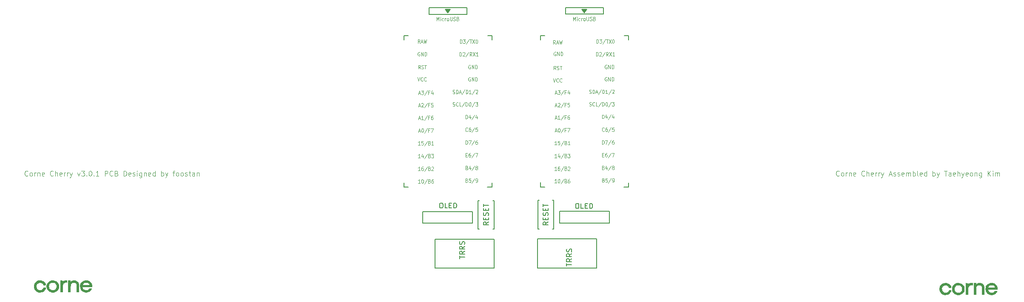
<source format=gto>
G04 #@! TF.GenerationSoftware,KiCad,Pcbnew,(6.0.7)*
G04 #@! TF.CreationDate,2022-09-24T12:12:59+09:00*
G04 #@! TF.ProjectId,corne-cherry,636f726e-652d-4636-9865-7272792e6b69,3.0.1*
G04 #@! TF.SameCoordinates,Original*
G04 #@! TF.FileFunction,Legend,Top*
G04 #@! TF.FilePolarity,Positive*
%FSLAX46Y46*%
G04 Gerber Fmt 4.6, Leading zero omitted, Abs format (unit mm)*
G04 Created by KiCad (PCBNEW (6.0.7)) date 2022-09-24 12:12:59*
%MOMM*%
%LPD*%
G01*
G04 APERTURE LIST*
%ADD10C,0.125000*%
%ADD11C,0.150000*%
%ADD12C,0.010000*%
G04 APERTURE END LIST*
D10*
X212723273Y-58687142D02*
X212675654Y-58734761D01*
X212532797Y-58782380D01*
X212437559Y-58782380D01*
X212294702Y-58734761D01*
X212199464Y-58639523D01*
X212151845Y-58544285D01*
X212104226Y-58353809D01*
X212104226Y-58210952D01*
X212151845Y-58020476D01*
X212199464Y-57925238D01*
X212294702Y-57830000D01*
X212437559Y-57782380D01*
X212532797Y-57782380D01*
X212675654Y-57830000D01*
X212723273Y-57877619D01*
X213294702Y-58782380D02*
X213199464Y-58734761D01*
X213151845Y-58687142D01*
X213104226Y-58591904D01*
X213104226Y-58306190D01*
X213151845Y-58210952D01*
X213199464Y-58163333D01*
X213294702Y-58115714D01*
X213437559Y-58115714D01*
X213532797Y-58163333D01*
X213580416Y-58210952D01*
X213628035Y-58306190D01*
X213628035Y-58591904D01*
X213580416Y-58687142D01*
X213532797Y-58734761D01*
X213437559Y-58782380D01*
X213294702Y-58782380D01*
X214056607Y-58782380D02*
X214056607Y-58115714D01*
X214056607Y-58306190D02*
X214104226Y-58210952D01*
X214151845Y-58163333D01*
X214247083Y-58115714D01*
X214342321Y-58115714D01*
X214675654Y-58115714D02*
X214675654Y-58782380D01*
X214675654Y-58210952D02*
X214723273Y-58163333D01*
X214818511Y-58115714D01*
X214961369Y-58115714D01*
X215056607Y-58163333D01*
X215104226Y-58258571D01*
X215104226Y-58782380D01*
X215961369Y-58734761D02*
X215866130Y-58782380D01*
X215675654Y-58782380D01*
X215580416Y-58734761D01*
X215532797Y-58639523D01*
X215532797Y-58258571D01*
X215580416Y-58163333D01*
X215675654Y-58115714D01*
X215866130Y-58115714D01*
X215961369Y-58163333D01*
X216008988Y-58258571D01*
X216008988Y-58353809D01*
X215532797Y-58449047D01*
X217770892Y-58687142D02*
X217723273Y-58734761D01*
X217580416Y-58782380D01*
X217485178Y-58782380D01*
X217342321Y-58734761D01*
X217247083Y-58639523D01*
X217199464Y-58544285D01*
X217151845Y-58353809D01*
X217151845Y-58210952D01*
X217199464Y-58020476D01*
X217247083Y-57925238D01*
X217342321Y-57830000D01*
X217485178Y-57782380D01*
X217580416Y-57782380D01*
X217723273Y-57830000D01*
X217770892Y-57877619D01*
X218199464Y-58782380D02*
X218199464Y-57782380D01*
X218628035Y-58782380D02*
X218628035Y-58258571D01*
X218580416Y-58163333D01*
X218485178Y-58115714D01*
X218342321Y-58115714D01*
X218247083Y-58163333D01*
X218199464Y-58210952D01*
X219485178Y-58734761D02*
X219389940Y-58782380D01*
X219199464Y-58782380D01*
X219104226Y-58734761D01*
X219056607Y-58639523D01*
X219056607Y-58258571D01*
X219104226Y-58163333D01*
X219199464Y-58115714D01*
X219389940Y-58115714D01*
X219485178Y-58163333D01*
X219532797Y-58258571D01*
X219532797Y-58353809D01*
X219056607Y-58449047D01*
X219961369Y-58782380D02*
X219961369Y-58115714D01*
X219961369Y-58306190D02*
X220008988Y-58210952D01*
X220056607Y-58163333D01*
X220151845Y-58115714D01*
X220247083Y-58115714D01*
X220580416Y-58782380D02*
X220580416Y-58115714D01*
X220580416Y-58306190D02*
X220628035Y-58210952D01*
X220675654Y-58163333D01*
X220770892Y-58115714D01*
X220866130Y-58115714D01*
X221104226Y-58115714D02*
X221342321Y-58782380D01*
X221580416Y-58115714D02*
X221342321Y-58782380D01*
X221247083Y-59020476D01*
X221199464Y-59068095D01*
X221104226Y-59115714D01*
X222675654Y-58496666D02*
X223151845Y-58496666D01*
X222580416Y-58782380D02*
X222913750Y-57782380D01*
X223247083Y-58782380D01*
X223532797Y-58734761D02*
X223628035Y-58782380D01*
X223818511Y-58782380D01*
X223913750Y-58734761D01*
X223961369Y-58639523D01*
X223961369Y-58591904D01*
X223913750Y-58496666D01*
X223818511Y-58449047D01*
X223675654Y-58449047D01*
X223580416Y-58401428D01*
X223532797Y-58306190D01*
X223532797Y-58258571D01*
X223580416Y-58163333D01*
X223675654Y-58115714D01*
X223818511Y-58115714D01*
X223913750Y-58163333D01*
X224342321Y-58734761D02*
X224437559Y-58782380D01*
X224628035Y-58782380D01*
X224723273Y-58734761D01*
X224770892Y-58639523D01*
X224770892Y-58591904D01*
X224723273Y-58496666D01*
X224628035Y-58449047D01*
X224485178Y-58449047D01*
X224389940Y-58401428D01*
X224342321Y-58306190D01*
X224342321Y-58258571D01*
X224389940Y-58163333D01*
X224485178Y-58115714D01*
X224628035Y-58115714D01*
X224723273Y-58163333D01*
X225580416Y-58734761D02*
X225485178Y-58782380D01*
X225294702Y-58782380D01*
X225199464Y-58734761D01*
X225151845Y-58639523D01*
X225151845Y-58258571D01*
X225199464Y-58163333D01*
X225294702Y-58115714D01*
X225485178Y-58115714D01*
X225580416Y-58163333D01*
X225628035Y-58258571D01*
X225628035Y-58353809D01*
X225151845Y-58449047D01*
X226056607Y-58782380D02*
X226056607Y-58115714D01*
X226056607Y-58210952D02*
X226104226Y-58163333D01*
X226199464Y-58115714D01*
X226342321Y-58115714D01*
X226437559Y-58163333D01*
X226485178Y-58258571D01*
X226485178Y-58782380D01*
X226485178Y-58258571D02*
X226532797Y-58163333D01*
X226628035Y-58115714D01*
X226770892Y-58115714D01*
X226866130Y-58163333D01*
X226913750Y-58258571D01*
X226913750Y-58782380D01*
X227389940Y-58782380D02*
X227389940Y-57782380D01*
X227389940Y-58163333D02*
X227485178Y-58115714D01*
X227675654Y-58115714D01*
X227770892Y-58163333D01*
X227818511Y-58210952D01*
X227866130Y-58306190D01*
X227866130Y-58591904D01*
X227818511Y-58687142D01*
X227770892Y-58734761D01*
X227675654Y-58782380D01*
X227485178Y-58782380D01*
X227389940Y-58734761D01*
X228437559Y-58782380D02*
X228342321Y-58734761D01*
X228294702Y-58639523D01*
X228294702Y-57782380D01*
X229199464Y-58734761D02*
X229104226Y-58782380D01*
X228913750Y-58782380D01*
X228818511Y-58734761D01*
X228770892Y-58639523D01*
X228770892Y-58258571D01*
X228818511Y-58163333D01*
X228913750Y-58115714D01*
X229104226Y-58115714D01*
X229199464Y-58163333D01*
X229247083Y-58258571D01*
X229247083Y-58353809D01*
X228770892Y-58449047D01*
X230104226Y-58782380D02*
X230104226Y-57782380D01*
X230104226Y-58734761D02*
X230008988Y-58782380D01*
X229818511Y-58782380D01*
X229723273Y-58734761D01*
X229675654Y-58687142D01*
X229628035Y-58591904D01*
X229628035Y-58306190D01*
X229675654Y-58210952D01*
X229723273Y-58163333D01*
X229818511Y-58115714D01*
X230008988Y-58115714D01*
X230104226Y-58163333D01*
X231342321Y-58782380D02*
X231342321Y-57782380D01*
X231342321Y-58163333D02*
X231437559Y-58115714D01*
X231628035Y-58115714D01*
X231723273Y-58163333D01*
X231770892Y-58210952D01*
X231818511Y-58306190D01*
X231818511Y-58591904D01*
X231770892Y-58687142D01*
X231723273Y-58734761D01*
X231628035Y-58782380D01*
X231437559Y-58782380D01*
X231342321Y-58734761D01*
X232151845Y-58115714D02*
X232389940Y-58782380D01*
X232628035Y-58115714D02*
X232389940Y-58782380D01*
X232294702Y-59020476D01*
X232247083Y-59068095D01*
X232151845Y-59115714D01*
X233628035Y-57782380D02*
X234199464Y-57782380D01*
X233913750Y-58782380D02*
X233913750Y-57782380D01*
X234961369Y-58782380D02*
X234961369Y-58258571D01*
X234913750Y-58163333D01*
X234818511Y-58115714D01*
X234628035Y-58115714D01*
X234532797Y-58163333D01*
X234961369Y-58734761D02*
X234866130Y-58782380D01*
X234628035Y-58782380D01*
X234532797Y-58734761D01*
X234485178Y-58639523D01*
X234485178Y-58544285D01*
X234532797Y-58449047D01*
X234628035Y-58401428D01*
X234866130Y-58401428D01*
X234961369Y-58353809D01*
X235818511Y-58734761D02*
X235723273Y-58782380D01*
X235532797Y-58782380D01*
X235437559Y-58734761D01*
X235389940Y-58639523D01*
X235389940Y-58258571D01*
X235437559Y-58163333D01*
X235532797Y-58115714D01*
X235723273Y-58115714D01*
X235818511Y-58163333D01*
X235866130Y-58258571D01*
X235866130Y-58353809D01*
X235389940Y-58449047D01*
X236294702Y-58782380D02*
X236294702Y-57782380D01*
X236723273Y-58782380D02*
X236723273Y-58258571D01*
X236675654Y-58163333D01*
X236580416Y-58115714D01*
X236437559Y-58115714D01*
X236342321Y-58163333D01*
X236294702Y-58210952D01*
X237104226Y-58115714D02*
X237342321Y-58782380D01*
X237580416Y-58115714D02*
X237342321Y-58782380D01*
X237247083Y-59020476D01*
X237199464Y-59068095D01*
X237104226Y-59115714D01*
X238342321Y-58734761D02*
X238247083Y-58782380D01*
X238056607Y-58782380D01*
X237961369Y-58734761D01*
X237913750Y-58639523D01*
X237913750Y-58258571D01*
X237961369Y-58163333D01*
X238056607Y-58115714D01*
X238247083Y-58115714D01*
X238342321Y-58163333D01*
X238389940Y-58258571D01*
X238389940Y-58353809D01*
X237913750Y-58449047D01*
X238961369Y-58782380D02*
X238866130Y-58734761D01*
X238818511Y-58687142D01*
X238770892Y-58591904D01*
X238770892Y-58306190D01*
X238818511Y-58210952D01*
X238866130Y-58163333D01*
X238961369Y-58115714D01*
X239104226Y-58115714D01*
X239199464Y-58163333D01*
X239247083Y-58210952D01*
X239294702Y-58306190D01*
X239294702Y-58591904D01*
X239247083Y-58687142D01*
X239199464Y-58734761D01*
X239104226Y-58782380D01*
X238961369Y-58782380D01*
X239723273Y-58115714D02*
X239723273Y-58782380D01*
X239723273Y-58210952D02*
X239770892Y-58163333D01*
X239866130Y-58115714D01*
X240008988Y-58115714D01*
X240104226Y-58163333D01*
X240151845Y-58258571D01*
X240151845Y-58782380D01*
X241056607Y-58115714D02*
X241056607Y-58925238D01*
X241008988Y-59020476D01*
X240961369Y-59068095D01*
X240866130Y-59115714D01*
X240723273Y-59115714D01*
X240628035Y-59068095D01*
X241056607Y-58734761D02*
X240961369Y-58782380D01*
X240770892Y-58782380D01*
X240675654Y-58734761D01*
X240628035Y-58687142D01*
X240580416Y-58591904D01*
X240580416Y-58306190D01*
X240628035Y-58210952D01*
X240675654Y-58163333D01*
X240770892Y-58115714D01*
X240961369Y-58115714D01*
X241056607Y-58163333D01*
X242294702Y-58782380D02*
X242294702Y-57782380D01*
X242866130Y-58782380D02*
X242437559Y-58210952D01*
X242866130Y-57782380D02*
X242294702Y-58353809D01*
X243294702Y-58782380D02*
X243294702Y-58115714D01*
X243294702Y-57782380D02*
X243247083Y-57830000D01*
X243294702Y-57877619D01*
X243342321Y-57830000D01*
X243294702Y-57782380D01*
X243294702Y-57877619D01*
X243770892Y-58782380D02*
X243770892Y-58115714D01*
X243770892Y-58210952D02*
X243818511Y-58163333D01*
X243913750Y-58115714D01*
X244056607Y-58115714D01*
X244151845Y-58163333D01*
X244199464Y-58258571D01*
X244199464Y-58782380D01*
X244199464Y-58258571D02*
X244247083Y-58163333D01*
X244342321Y-58115714D01*
X244485178Y-58115714D01*
X244580416Y-58163333D01*
X244628035Y-58258571D01*
X244628035Y-58782380D01*
X51173273Y-58687142D02*
X51125654Y-58734761D01*
X50982797Y-58782380D01*
X50887559Y-58782380D01*
X50744702Y-58734761D01*
X50649464Y-58639523D01*
X50601845Y-58544285D01*
X50554226Y-58353809D01*
X50554226Y-58210952D01*
X50601845Y-58020476D01*
X50649464Y-57925238D01*
X50744702Y-57830000D01*
X50887559Y-57782380D01*
X50982797Y-57782380D01*
X51125654Y-57830000D01*
X51173273Y-57877619D01*
X51744702Y-58782380D02*
X51649464Y-58734761D01*
X51601845Y-58687142D01*
X51554226Y-58591904D01*
X51554226Y-58306190D01*
X51601845Y-58210952D01*
X51649464Y-58163333D01*
X51744702Y-58115714D01*
X51887559Y-58115714D01*
X51982797Y-58163333D01*
X52030416Y-58210952D01*
X52078035Y-58306190D01*
X52078035Y-58591904D01*
X52030416Y-58687142D01*
X51982797Y-58734761D01*
X51887559Y-58782380D01*
X51744702Y-58782380D01*
X52506607Y-58782380D02*
X52506607Y-58115714D01*
X52506607Y-58306190D02*
X52554226Y-58210952D01*
X52601845Y-58163333D01*
X52697083Y-58115714D01*
X52792321Y-58115714D01*
X53125654Y-58115714D02*
X53125654Y-58782380D01*
X53125654Y-58210952D02*
X53173273Y-58163333D01*
X53268511Y-58115714D01*
X53411369Y-58115714D01*
X53506607Y-58163333D01*
X53554226Y-58258571D01*
X53554226Y-58782380D01*
X54411369Y-58734761D02*
X54316130Y-58782380D01*
X54125654Y-58782380D01*
X54030416Y-58734761D01*
X53982797Y-58639523D01*
X53982797Y-58258571D01*
X54030416Y-58163333D01*
X54125654Y-58115714D01*
X54316130Y-58115714D01*
X54411369Y-58163333D01*
X54458988Y-58258571D01*
X54458988Y-58353809D01*
X53982797Y-58449047D01*
X56220892Y-58687142D02*
X56173273Y-58734761D01*
X56030416Y-58782380D01*
X55935178Y-58782380D01*
X55792321Y-58734761D01*
X55697083Y-58639523D01*
X55649464Y-58544285D01*
X55601845Y-58353809D01*
X55601845Y-58210952D01*
X55649464Y-58020476D01*
X55697083Y-57925238D01*
X55792321Y-57830000D01*
X55935178Y-57782380D01*
X56030416Y-57782380D01*
X56173273Y-57830000D01*
X56220892Y-57877619D01*
X56649464Y-58782380D02*
X56649464Y-57782380D01*
X57078035Y-58782380D02*
X57078035Y-58258571D01*
X57030416Y-58163333D01*
X56935178Y-58115714D01*
X56792321Y-58115714D01*
X56697083Y-58163333D01*
X56649464Y-58210952D01*
X57935178Y-58734761D02*
X57839940Y-58782380D01*
X57649464Y-58782380D01*
X57554226Y-58734761D01*
X57506607Y-58639523D01*
X57506607Y-58258571D01*
X57554226Y-58163333D01*
X57649464Y-58115714D01*
X57839940Y-58115714D01*
X57935178Y-58163333D01*
X57982797Y-58258571D01*
X57982797Y-58353809D01*
X57506607Y-58449047D01*
X58411369Y-58782380D02*
X58411369Y-58115714D01*
X58411369Y-58306190D02*
X58458988Y-58210952D01*
X58506607Y-58163333D01*
X58601845Y-58115714D01*
X58697083Y-58115714D01*
X59030416Y-58782380D02*
X59030416Y-58115714D01*
X59030416Y-58306190D02*
X59078035Y-58210952D01*
X59125654Y-58163333D01*
X59220892Y-58115714D01*
X59316130Y-58115714D01*
X59554226Y-58115714D02*
X59792321Y-58782380D01*
X60030416Y-58115714D02*
X59792321Y-58782380D01*
X59697083Y-59020476D01*
X59649464Y-59068095D01*
X59554226Y-59115714D01*
X61078035Y-58115714D02*
X61316130Y-58782380D01*
X61554226Y-58115714D01*
X61839940Y-57782380D02*
X62458988Y-57782380D01*
X62125654Y-58163333D01*
X62268511Y-58163333D01*
X62363750Y-58210952D01*
X62411369Y-58258571D01*
X62458988Y-58353809D01*
X62458988Y-58591904D01*
X62411369Y-58687142D01*
X62363750Y-58734761D01*
X62268511Y-58782380D01*
X61982797Y-58782380D01*
X61887559Y-58734761D01*
X61839940Y-58687142D01*
X62887559Y-58687142D02*
X62935178Y-58734761D01*
X62887559Y-58782380D01*
X62839940Y-58734761D01*
X62887559Y-58687142D01*
X62887559Y-58782380D01*
X63554226Y-57782380D02*
X63649464Y-57782380D01*
X63744702Y-57830000D01*
X63792321Y-57877619D01*
X63839940Y-57972857D01*
X63887559Y-58163333D01*
X63887559Y-58401428D01*
X63839940Y-58591904D01*
X63792321Y-58687142D01*
X63744702Y-58734761D01*
X63649464Y-58782380D01*
X63554226Y-58782380D01*
X63458988Y-58734761D01*
X63411369Y-58687142D01*
X63363750Y-58591904D01*
X63316130Y-58401428D01*
X63316130Y-58163333D01*
X63363750Y-57972857D01*
X63411369Y-57877619D01*
X63458988Y-57830000D01*
X63554226Y-57782380D01*
X64316130Y-58687142D02*
X64363750Y-58734761D01*
X64316130Y-58782380D01*
X64268511Y-58734761D01*
X64316130Y-58687142D01*
X64316130Y-58782380D01*
X65316130Y-58782380D02*
X64744702Y-58782380D01*
X65030416Y-58782380D02*
X65030416Y-57782380D01*
X64935178Y-57925238D01*
X64839940Y-58020476D01*
X64744702Y-58068095D01*
X66506607Y-58782380D02*
X66506607Y-57782380D01*
X66887559Y-57782380D01*
X66982797Y-57830000D01*
X67030416Y-57877619D01*
X67078035Y-57972857D01*
X67078035Y-58115714D01*
X67030416Y-58210952D01*
X66982797Y-58258571D01*
X66887559Y-58306190D01*
X66506607Y-58306190D01*
X68078035Y-58687142D02*
X68030416Y-58734761D01*
X67887559Y-58782380D01*
X67792321Y-58782380D01*
X67649464Y-58734761D01*
X67554226Y-58639523D01*
X67506607Y-58544285D01*
X67458988Y-58353809D01*
X67458988Y-58210952D01*
X67506607Y-58020476D01*
X67554226Y-57925238D01*
X67649464Y-57830000D01*
X67792321Y-57782380D01*
X67887559Y-57782380D01*
X68030416Y-57830000D01*
X68078035Y-57877619D01*
X68839940Y-58258571D02*
X68982797Y-58306190D01*
X69030416Y-58353809D01*
X69078035Y-58449047D01*
X69078035Y-58591904D01*
X69030416Y-58687142D01*
X68982797Y-58734761D01*
X68887559Y-58782380D01*
X68506607Y-58782380D01*
X68506607Y-57782380D01*
X68839940Y-57782380D01*
X68935178Y-57830000D01*
X68982797Y-57877619D01*
X69030416Y-57972857D01*
X69030416Y-58068095D01*
X68982797Y-58163333D01*
X68935178Y-58210952D01*
X68839940Y-58258571D01*
X68506607Y-58258571D01*
X70268511Y-58782380D02*
X70268511Y-57782380D01*
X70506607Y-57782380D01*
X70649464Y-57830000D01*
X70744702Y-57925238D01*
X70792321Y-58020476D01*
X70839940Y-58210952D01*
X70839940Y-58353809D01*
X70792321Y-58544285D01*
X70744702Y-58639523D01*
X70649464Y-58734761D01*
X70506607Y-58782380D01*
X70268511Y-58782380D01*
X71649464Y-58734761D02*
X71554226Y-58782380D01*
X71363750Y-58782380D01*
X71268511Y-58734761D01*
X71220892Y-58639523D01*
X71220892Y-58258571D01*
X71268511Y-58163333D01*
X71363750Y-58115714D01*
X71554226Y-58115714D01*
X71649464Y-58163333D01*
X71697083Y-58258571D01*
X71697083Y-58353809D01*
X71220892Y-58449047D01*
X72078035Y-58734761D02*
X72173273Y-58782380D01*
X72363750Y-58782380D01*
X72458988Y-58734761D01*
X72506607Y-58639523D01*
X72506607Y-58591904D01*
X72458988Y-58496666D01*
X72363750Y-58449047D01*
X72220892Y-58449047D01*
X72125654Y-58401428D01*
X72078035Y-58306190D01*
X72078035Y-58258571D01*
X72125654Y-58163333D01*
X72220892Y-58115714D01*
X72363750Y-58115714D01*
X72458988Y-58163333D01*
X72935178Y-58782380D02*
X72935178Y-58115714D01*
X72935178Y-57782380D02*
X72887559Y-57830000D01*
X72935178Y-57877619D01*
X72982797Y-57830000D01*
X72935178Y-57782380D01*
X72935178Y-57877619D01*
X73839940Y-58115714D02*
X73839940Y-58925238D01*
X73792321Y-59020476D01*
X73744702Y-59068095D01*
X73649464Y-59115714D01*
X73506607Y-59115714D01*
X73411369Y-59068095D01*
X73839940Y-58734761D02*
X73744702Y-58782380D01*
X73554226Y-58782380D01*
X73458988Y-58734761D01*
X73411369Y-58687142D01*
X73363750Y-58591904D01*
X73363750Y-58306190D01*
X73411369Y-58210952D01*
X73458988Y-58163333D01*
X73554226Y-58115714D01*
X73744702Y-58115714D01*
X73839940Y-58163333D01*
X74316130Y-58115714D02*
X74316130Y-58782380D01*
X74316130Y-58210952D02*
X74363750Y-58163333D01*
X74458988Y-58115714D01*
X74601845Y-58115714D01*
X74697083Y-58163333D01*
X74744702Y-58258571D01*
X74744702Y-58782380D01*
X75601845Y-58734761D02*
X75506607Y-58782380D01*
X75316130Y-58782380D01*
X75220892Y-58734761D01*
X75173273Y-58639523D01*
X75173273Y-58258571D01*
X75220892Y-58163333D01*
X75316130Y-58115714D01*
X75506607Y-58115714D01*
X75601845Y-58163333D01*
X75649464Y-58258571D01*
X75649464Y-58353809D01*
X75173273Y-58449047D01*
X76506607Y-58782380D02*
X76506607Y-57782380D01*
X76506607Y-58734761D02*
X76411369Y-58782380D01*
X76220892Y-58782380D01*
X76125654Y-58734761D01*
X76078035Y-58687142D01*
X76030416Y-58591904D01*
X76030416Y-58306190D01*
X76078035Y-58210952D01*
X76125654Y-58163333D01*
X76220892Y-58115714D01*
X76411369Y-58115714D01*
X76506607Y-58163333D01*
X77744702Y-58782380D02*
X77744702Y-57782380D01*
X77744702Y-58163333D02*
X77839940Y-58115714D01*
X78030416Y-58115714D01*
X78125654Y-58163333D01*
X78173273Y-58210952D01*
X78220892Y-58306190D01*
X78220892Y-58591904D01*
X78173273Y-58687142D01*
X78125654Y-58734761D01*
X78030416Y-58782380D01*
X77839940Y-58782380D01*
X77744702Y-58734761D01*
X78554226Y-58115714D02*
X78792321Y-58782380D01*
X79030416Y-58115714D02*
X78792321Y-58782380D01*
X78697083Y-59020476D01*
X78649464Y-59068095D01*
X78554226Y-59115714D01*
X80030416Y-58115714D02*
X80411369Y-58115714D01*
X80173273Y-58782380D02*
X80173273Y-57925238D01*
X80220892Y-57830000D01*
X80316130Y-57782380D01*
X80411369Y-57782380D01*
X80887559Y-58782380D02*
X80792321Y-58734761D01*
X80744702Y-58687142D01*
X80697083Y-58591904D01*
X80697083Y-58306190D01*
X80744702Y-58210952D01*
X80792321Y-58163333D01*
X80887559Y-58115714D01*
X81030416Y-58115714D01*
X81125654Y-58163333D01*
X81173273Y-58210952D01*
X81220892Y-58306190D01*
X81220892Y-58591904D01*
X81173273Y-58687142D01*
X81125654Y-58734761D01*
X81030416Y-58782380D01*
X80887559Y-58782380D01*
X81792321Y-58782380D02*
X81697083Y-58734761D01*
X81649464Y-58687142D01*
X81601845Y-58591904D01*
X81601845Y-58306190D01*
X81649464Y-58210952D01*
X81697083Y-58163333D01*
X81792321Y-58115714D01*
X81935178Y-58115714D01*
X82030416Y-58163333D01*
X82078035Y-58210952D01*
X82125654Y-58306190D01*
X82125654Y-58591904D01*
X82078035Y-58687142D01*
X82030416Y-58734761D01*
X81935178Y-58782380D01*
X81792321Y-58782380D01*
X82506607Y-58734761D02*
X82601845Y-58782380D01*
X82792321Y-58782380D01*
X82887559Y-58734761D01*
X82935178Y-58639523D01*
X82935178Y-58591904D01*
X82887559Y-58496666D01*
X82792321Y-58449047D01*
X82649464Y-58449047D01*
X82554226Y-58401428D01*
X82506607Y-58306190D01*
X82506607Y-58258571D01*
X82554226Y-58163333D01*
X82649464Y-58115714D01*
X82792321Y-58115714D01*
X82887559Y-58163333D01*
X83220892Y-58115714D02*
X83601845Y-58115714D01*
X83363749Y-57782380D02*
X83363749Y-58639523D01*
X83411369Y-58734761D01*
X83506607Y-58782380D01*
X83601845Y-58782380D01*
X84363749Y-58782380D02*
X84363749Y-58258571D01*
X84316130Y-58163333D01*
X84220892Y-58115714D01*
X84030416Y-58115714D01*
X83935178Y-58163333D01*
X84363749Y-58734761D02*
X84268511Y-58782380D01*
X84030416Y-58782380D01*
X83935178Y-58734761D01*
X83887559Y-58639523D01*
X83887559Y-58544285D01*
X83935178Y-58449047D01*
X84030416Y-58401428D01*
X84268511Y-58401428D01*
X84363749Y-58353809D01*
X84839940Y-58115714D02*
X84839940Y-58782380D01*
X84839940Y-58210952D02*
X84887559Y-58163333D01*
X84982797Y-58115714D01*
X85125654Y-58115714D01*
X85220892Y-58163333D01*
X85268511Y-58258571D01*
X85268511Y-58782380D01*
X129214380Y-32281285D02*
X128991047Y-31924142D01*
X128831523Y-32281285D02*
X128831523Y-31531285D01*
X129086761Y-31531285D01*
X129150571Y-31567000D01*
X129182476Y-31602714D01*
X129214380Y-31674142D01*
X129214380Y-31781285D01*
X129182476Y-31852714D01*
X129150571Y-31888428D01*
X129086761Y-31924142D01*
X128831523Y-31924142D01*
X129469619Y-32067000D02*
X129788666Y-32067000D01*
X129405809Y-32281285D02*
X129629142Y-31531285D01*
X129852476Y-32281285D01*
X130012000Y-31531285D02*
X130171523Y-32281285D01*
X130299142Y-31745571D01*
X130426761Y-32281285D01*
X130586285Y-31531285D01*
X139257023Y-39145000D02*
X139193214Y-39109285D01*
X139097500Y-39109285D01*
X139001785Y-39145000D01*
X138937976Y-39216428D01*
X138906071Y-39287857D01*
X138874166Y-39430714D01*
X138874166Y-39537857D01*
X138906071Y-39680714D01*
X138937976Y-39752142D01*
X139001785Y-39823571D01*
X139097500Y-39859285D01*
X139161309Y-39859285D01*
X139257023Y-39823571D01*
X139288928Y-39787857D01*
X139288928Y-39537857D01*
X139161309Y-39537857D01*
X139576071Y-39859285D02*
X139576071Y-39109285D01*
X139958928Y-39859285D01*
X139958928Y-39109285D01*
X140277976Y-39859285D02*
X140277976Y-39109285D01*
X140437500Y-39109285D01*
X140533214Y-39145000D01*
X140597023Y-39216428D01*
X140628928Y-39287857D01*
X140660833Y-39430714D01*
X140660833Y-39537857D01*
X140628928Y-39680714D01*
X140597023Y-39752142D01*
X140533214Y-39823571D01*
X140437500Y-39859285D01*
X140277976Y-39859285D01*
X129310095Y-37424785D02*
X129086761Y-37067642D01*
X128927238Y-37424785D02*
X128927238Y-36674785D01*
X129182476Y-36674785D01*
X129246285Y-36710500D01*
X129278190Y-36746214D01*
X129310095Y-36817642D01*
X129310095Y-36924785D01*
X129278190Y-36996214D01*
X129246285Y-37031928D01*
X129182476Y-37067642D01*
X128927238Y-37067642D01*
X129565333Y-37389071D02*
X129661047Y-37424785D01*
X129820571Y-37424785D01*
X129884380Y-37389071D01*
X129916285Y-37353357D01*
X129948190Y-37281928D01*
X129948190Y-37210500D01*
X129916285Y-37139071D01*
X129884380Y-37103357D01*
X129820571Y-37067642D01*
X129692952Y-37031928D01*
X129629142Y-36996214D01*
X129597238Y-36960500D01*
X129565333Y-36889071D01*
X129565333Y-36817642D01*
X129597238Y-36746214D01*
X129629142Y-36710500D01*
X129692952Y-36674785D01*
X129852476Y-36674785D01*
X129948190Y-36710500D01*
X130139619Y-36674785D02*
X130522476Y-36674785D01*
X130331047Y-37424785D02*
X130331047Y-36674785D01*
X128744166Y-39094285D02*
X128967500Y-39844285D01*
X129190833Y-39094285D01*
X129797023Y-39772857D02*
X129765119Y-39808571D01*
X129669404Y-39844285D01*
X129605595Y-39844285D01*
X129509880Y-39808571D01*
X129446071Y-39737142D01*
X129414166Y-39665714D01*
X129382261Y-39522857D01*
X129382261Y-39415714D01*
X129414166Y-39272857D01*
X129446071Y-39201428D01*
X129509880Y-39130000D01*
X129605595Y-39094285D01*
X129669404Y-39094285D01*
X129765119Y-39130000D01*
X129797023Y-39165714D01*
X130467023Y-39772857D02*
X130435119Y-39808571D01*
X130339404Y-39844285D01*
X130275595Y-39844285D01*
X130179880Y-39808571D01*
X130116071Y-39737142D01*
X130084166Y-39665714D01*
X130052261Y-39522857D01*
X130052261Y-39415714D01*
X130084166Y-39272857D01*
X130116071Y-39201428D01*
X130179880Y-39130000D01*
X130275595Y-39094285D01*
X130339404Y-39094285D01*
X130435119Y-39130000D01*
X130467023Y-39165714D01*
X128981785Y-42295000D02*
X129300833Y-42295000D01*
X128917976Y-42509285D02*
X129141309Y-41759285D01*
X129364642Y-42509285D01*
X129524166Y-41759285D02*
X129938928Y-41759285D01*
X129715595Y-42045000D01*
X129811309Y-42045000D01*
X129875119Y-42080714D01*
X129907023Y-42116428D01*
X129938928Y-42187857D01*
X129938928Y-42366428D01*
X129907023Y-42437857D01*
X129875119Y-42473571D01*
X129811309Y-42509285D01*
X129619880Y-42509285D01*
X129556071Y-42473571D01*
X129524166Y-42437857D01*
X130704642Y-41723571D02*
X130130357Y-42687857D01*
X131151309Y-42116428D02*
X130927976Y-42116428D01*
X130927976Y-42509285D02*
X130927976Y-41759285D01*
X131247023Y-41759285D01*
X131789404Y-42009285D02*
X131789404Y-42509285D01*
X131629880Y-41723571D02*
X131470357Y-42259285D01*
X131885119Y-42259285D01*
X128981785Y-44795000D02*
X129300833Y-44795000D01*
X128917976Y-45009285D02*
X129141309Y-44259285D01*
X129364642Y-45009285D01*
X129556071Y-44330714D02*
X129587976Y-44295000D01*
X129651785Y-44259285D01*
X129811309Y-44259285D01*
X129875119Y-44295000D01*
X129907023Y-44330714D01*
X129938928Y-44402142D01*
X129938928Y-44473571D01*
X129907023Y-44580714D01*
X129524166Y-45009285D01*
X129938928Y-45009285D01*
X130704642Y-44223571D02*
X130130357Y-45187857D01*
X131151309Y-44616428D02*
X130927976Y-44616428D01*
X130927976Y-45009285D02*
X130927976Y-44259285D01*
X131247023Y-44259285D01*
X131821309Y-44259285D02*
X131502261Y-44259285D01*
X131470357Y-44616428D01*
X131502261Y-44580714D01*
X131566071Y-44545000D01*
X131725595Y-44545000D01*
X131789404Y-44580714D01*
X131821309Y-44616428D01*
X131853214Y-44687857D01*
X131853214Y-44866428D01*
X131821309Y-44937857D01*
X131789404Y-44973571D01*
X131725595Y-45009285D01*
X131566071Y-45009285D01*
X131502261Y-44973571D01*
X131470357Y-44937857D01*
X128981785Y-47295000D02*
X129300833Y-47295000D01*
X128917976Y-47509285D02*
X129141309Y-46759285D01*
X129364642Y-47509285D01*
X129938928Y-47509285D02*
X129556071Y-47509285D01*
X129747500Y-47509285D02*
X129747500Y-46759285D01*
X129683690Y-46866428D01*
X129619880Y-46937857D01*
X129556071Y-46973571D01*
X130704642Y-46723571D02*
X130130357Y-47687857D01*
X131151309Y-47116428D02*
X130927976Y-47116428D01*
X130927976Y-47509285D02*
X130927976Y-46759285D01*
X131247023Y-46759285D01*
X131789404Y-46759285D02*
X131661785Y-46759285D01*
X131597976Y-46795000D01*
X131566071Y-46830714D01*
X131502261Y-46937857D01*
X131470357Y-47080714D01*
X131470357Y-47366428D01*
X131502261Y-47437857D01*
X131534166Y-47473571D01*
X131597976Y-47509285D01*
X131725595Y-47509285D01*
X131789404Y-47473571D01*
X131821309Y-47437857D01*
X131853214Y-47366428D01*
X131853214Y-47187857D01*
X131821309Y-47116428D01*
X131789404Y-47080714D01*
X131725595Y-47045000D01*
X131597976Y-47045000D01*
X131534166Y-47080714D01*
X131502261Y-47116428D01*
X131470357Y-47187857D01*
X128981785Y-49845000D02*
X129300833Y-49845000D01*
X128917976Y-50059285D02*
X129141309Y-49309285D01*
X129364642Y-50059285D01*
X129715595Y-49309285D02*
X129779404Y-49309285D01*
X129843214Y-49345000D01*
X129875119Y-49380714D01*
X129907023Y-49452142D01*
X129938928Y-49595000D01*
X129938928Y-49773571D01*
X129907023Y-49916428D01*
X129875119Y-49987857D01*
X129843214Y-50023571D01*
X129779404Y-50059285D01*
X129715595Y-50059285D01*
X129651785Y-50023571D01*
X129619880Y-49987857D01*
X129587976Y-49916428D01*
X129556071Y-49773571D01*
X129556071Y-49595000D01*
X129587976Y-49452142D01*
X129619880Y-49380714D01*
X129651785Y-49345000D01*
X129715595Y-49309285D01*
X130704642Y-49273571D02*
X130130357Y-50237857D01*
X131151309Y-49666428D02*
X130927976Y-49666428D01*
X130927976Y-50059285D02*
X130927976Y-49309285D01*
X131247023Y-49309285D01*
X131438452Y-49309285D02*
X131885119Y-49309285D01*
X131597976Y-50059285D01*
X129284880Y-52609285D02*
X128902023Y-52609285D01*
X129093452Y-52609285D02*
X129093452Y-51859285D01*
X129029642Y-51966428D01*
X128965833Y-52037857D01*
X128902023Y-52073571D01*
X129891071Y-51859285D02*
X129572023Y-51859285D01*
X129540119Y-52216428D01*
X129572023Y-52180714D01*
X129635833Y-52145000D01*
X129795357Y-52145000D01*
X129859166Y-52180714D01*
X129891071Y-52216428D01*
X129922976Y-52287857D01*
X129922976Y-52466428D01*
X129891071Y-52537857D01*
X129859166Y-52573571D01*
X129795357Y-52609285D01*
X129635833Y-52609285D01*
X129572023Y-52573571D01*
X129540119Y-52537857D01*
X130688690Y-51823571D02*
X130114404Y-52787857D01*
X131135357Y-52216428D02*
X131231071Y-52252142D01*
X131262976Y-52287857D01*
X131294880Y-52359285D01*
X131294880Y-52466428D01*
X131262976Y-52537857D01*
X131231071Y-52573571D01*
X131167261Y-52609285D01*
X130912023Y-52609285D01*
X130912023Y-51859285D01*
X131135357Y-51859285D01*
X131199166Y-51895000D01*
X131231071Y-51930714D01*
X131262976Y-52002142D01*
X131262976Y-52073571D01*
X131231071Y-52145000D01*
X131199166Y-52180714D01*
X131135357Y-52216428D01*
X130912023Y-52216428D01*
X131932976Y-52609285D02*
X131550119Y-52609285D01*
X131741547Y-52609285D02*
X131741547Y-51859285D01*
X131677738Y-51966428D01*
X131613928Y-52037857D01*
X131550119Y-52073571D01*
X129284880Y-55159285D02*
X128902023Y-55159285D01*
X129093452Y-55159285D02*
X129093452Y-54409285D01*
X129029642Y-54516428D01*
X128965833Y-54587857D01*
X128902023Y-54623571D01*
X129859166Y-54659285D02*
X129859166Y-55159285D01*
X129699642Y-54373571D02*
X129540119Y-54909285D01*
X129954880Y-54909285D01*
X130688690Y-54373571D02*
X130114404Y-55337857D01*
X131135357Y-54766428D02*
X131231071Y-54802142D01*
X131262976Y-54837857D01*
X131294880Y-54909285D01*
X131294880Y-55016428D01*
X131262976Y-55087857D01*
X131231071Y-55123571D01*
X131167261Y-55159285D01*
X130912023Y-55159285D01*
X130912023Y-54409285D01*
X131135357Y-54409285D01*
X131199166Y-54445000D01*
X131231071Y-54480714D01*
X131262976Y-54552142D01*
X131262976Y-54623571D01*
X131231071Y-54695000D01*
X131199166Y-54730714D01*
X131135357Y-54766428D01*
X130912023Y-54766428D01*
X131518214Y-54409285D02*
X131932976Y-54409285D01*
X131709642Y-54695000D01*
X131805357Y-54695000D01*
X131869166Y-54730714D01*
X131901071Y-54766428D01*
X131932976Y-54837857D01*
X131932976Y-55016428D01*
X131901071Y-55087857D01*
X131869166Y-55123571D01*
X131805357Y-55159285D01*
X131613928Y-55159285D01*
X131550119Y-55123571D01*
X131518214Y-55087857D01*
X129284880Y-60209285D02*
X128902023Y-60209285D01*
X129093452Y-60209285D02*
X129093452Y-59459285D01*
X129029642Y-59566428D01*
X128965833Y-59637857D01*
X128902023Y-59673571D01*
X129699642Y-59459285D02*
X129763452Y-59459285D01*
X129827261Y-59495000D01*
X129859166Y-59530714D01*
X129891071Y-59602142D01*
X129922976Y-59745000D01*
X129922976Y-59923571D01*
X129891071Y-60066428D01*
X129859166Y-60137857D01*
X129827261Y-60173571D01*
X129763452Y-60209285D01*
X129699642Y-60209285D01*
X129635833Y-60173571D01*
X129603928Y-60137857D01*
X129572023Y-60066428D01*
X129540119Y-59923571D01*
X129540119Y-59745000D01*
X129572023Y-59602142D01*
X129603928Y-59530714D01*
X129635833Y-59495000D01*
X129699642Y-59459285D01*
X130688690Y-59423571D02*
X130114404Y-60387857D01*
X131135357Y-59816428D02*
X131231071Y-59852142D01*
X131262976Y-59887857D01*
X131294880Y-59959285D01*
X131294880Y-60066428D01*
X131262976Y-60137857D01*
X131231071Y-60173571D01*
X131167261Y-60209285D01*
X130912023Y-60209285D01*
X130912023Y-59459285D01*
X131135357Y-59459285D01*
X131199166Y-59495000D01*
X131231071Y-59530714D01*
X131262976Y-59602142D01*
X131262976Y-59673571D01*
X131231071Y-59745000D01*
X131199166Y-59780714D01*
X131135357Y-59816428D01*
X130912023Y-59816428D01*
X131869166Y-59459285D02*
X131741547Y-59459285D01*
X131677738Y-59495000D01*
X131645833Y-59530714D01*
X131582023Y-59637857D01*
X131550119Y-59780714D01*
X131550119Y-60066428D01*
X131582023Y-60137857D01*
X131613928Y-60173571D01*
X131677738Y-60209285D01*
X131805357Y-60209285D01*
X131869166Y-60173571D01*
X131901071Y-60137857D01*
X131932976Y-60066428D01*
X131932976Y-59887857D01*
X131901071Y-59816428D01*
X131869166Y-59780714D01*
X131805357Y-59745000D01*
X131677738Y-59745000D01*
X131613928Y-59780714D01*
X131582023Y-59816428D01*
X131550119Y-59887857D01*
X129284880Y-57709285D02*
X128902023Y-57709285D01*
X129093452Y-57709285D02*
X129093452Y-56959285D01*
X129029642Y-57066428D01*
X128965833Y-57137857D01*
X128902023Y-57173571D01*
X129859166Y-56959285D02*
X129731547Y-56959285D01*
X129667738Y-56995000D01*
X129635833Y-57030714D01*
X129572023Y-57137857D01*
X129540119Y-57280714D01*
X129540119Y-57566428D01*
X129572023Y-57637857D01*
X129603928Y-57673571D01*
X129667738Y-57709285D01*
X129795357Y-57709285D01*
X129859166Y-57673571D01*
X129891071Y-57637857D01*
X129922976Y-57566428D01*
X129922976Y-57387857D01*
X129891071Y-57316428D01*
X129859166Y-57280714D01*
X129795357Y-57245000D01*
X129667738Y-57245000D01*
X129603928Y-57280714D01*
X129572023Y-57316428D01*
X129540119Y-57387857D01*
X130688690Y-56923571D02*
X130114404Y-57887857D01*
X131135357Y-57316428D02*
X131231071Y-57352142D01*
X131262976Y-57387857D01*
X131294880Y-57459285D01*
X131294880Y-57566428D01*
X131262976Y-57637857D01*
X131231071Y-57673571D01*
X131167261Y-57709285D01*
X130912023Y-57709285D01*
X130912023Y-56959285D01*
X131135357Y-56959285D01*
X131199166Y-56995000D01*
X131231071Y-57030714D01*
X131262976Y-57102142D01*
X131262976Y-57173571D01*
X131231071Y-57245000D01*
X131199166Y-57280714D01*
X131135357Y-57316428D01*
X130912023Y-57316428D01*
X131550119Y-57030714D02*
X131582023Y-56995000D01*
X131645833Y-56959285D01*
X131805357Y-56959285D01*
X131869166Y-56995000D01*
X131901071Y-57030714D01*
X131932976Y-57102142D01*
X131932976Y-57173571D01*
X131901071Y-57280714D01*
X131518214Y-57709285D01*
X131932976Y-57709285D01*
X138384880Y-54616428D02*
X138608214Y-54616428D01*
X138703928Y-55009285D02*
X138384880Y-55009285D01*
X138384880Y-54259285D01*
X138703928Y-54259285D01*
X139278214Y-54259285D02*
X139150595Y-54259285D01*
X139086785Y-54295000D01*
X139054880Y-54330714D01*
X138991071Y-54437857D01*
X138959166Y-54580714D01*
X138959166Y-54866428D01*
X138991071Y-54937857D01*
X139022976Y-54973571D01*
X139086785Y-55009285D01*
X139214404Y-55009285D01*
X139278214Y-54973571D01*
X139310119Y-54937857D01*
X139342023Y-54866428D01*
X139342023Y-54687857D01*
X139310119Y-54616428D01*
X139278214Y-54580714D01*
X139214404Y-54545000D01*
X139086785Y-54545000D01*
X139022976Y-54580714D01*
X138991071Y-54616428D01*
X138959166Y-54687857D01*
X140107738Y-54223571D02*
X139533452Y-55187857D01*
X140267261Y-54259285D02*
X140713928Y-54259285D01*
X140426785Y-55009285D01*
X138352976Y-52459285D02*
X138352976Y-51709285D01*
X138512500Y-51709285D01*
X138608214Y-51745000D01*
X138672023Y-51816428D01*
X138703928Y-51887857D01*
X138735833Y-52030714D01*
X138735833Y-52137857D01*
X138703928Y-52280714D01*
X138672023Y-52352142D01*
X138608214Y-52423571D01*
X138512500Y-52459285D01*
X138352976Y-52459285D01*
X138959166Y-51709285D02*
X139405833Y-51709285D01*
X139118690Y-52459285D01*
X140139642Y-51673571D02*
X139565357Y-52637857D01*
X140650119Y-51709285D02*
X140522500Y-51709285D01*
X140458690Y-51745000D01*
X140426785Y-51780714D01*
X140362976Y-51887857D01*
X140331071Y-52030714D01*
X140331071Y-52316428D01*
X140362976Y-52387857D01*
X140394880Y-52423571D01*
X140458690Y-52459285D01*
X140586309Y-52459285D01*
X140650119Y-52423571D01*
X140682023Y-52387857D01*
X140713928Y-52316428D01*
X140713928Y-52137857D01*
X140682023Y-52066428D01*
X140650119Y-52030714D01*
X140586309Y-51995000D01*
X140458690Y-51995000D01*
X140394880Y-52030714D01*
X140362976Y-52066428D01*
X140331071Y-52137857D01*
X139257023Y-36695000D02*
X139193214Y-36659285D01*
X139097500Y-36659285D01*
X139001785Y-36695000D01*
X138937976Y-36766428D01*
X138906071Y-36837857D01*
X138874166Y-36980714D01*
X138874166Y-37087857D01*
X138906071Y-37230714D01*
X138937976Y-37302142D01*
X139001785Y-37373571D01*
X139097500Y-37409285D01*
X139161309Y-37409285D01*
X139257023Y-37373571D01*
X139288928Y-37337857D01*
X139288928Y-37087857D01*
X139161309Y-37087857D01*
X139576071Y-37409285D02*
X139576071Y-36659285D01*
X139958928Y-37409285D01*
X139958928Y-36659285D01*
X140277976Y-37409285D02*
X140277976Y-36659285D01*
X140437500Y-36659285D01*
X140533214Y-36695000D01*
X140597023Y-36766428D01*
X140628928Y-36837857D01*
X140660833Y-36980714D01*
X140660833Y-37087857D01*
X140628928Y-37230714D01*
X140597023Y-37302142D01*
X140533214Y-37373571D01*
X140437500Y-37409285D01*
X140277976Y-37409285D01*
X139257023Y-39145000D02*
X139193214Y-39109285D01*
X139097500Y-39109285D01*
X139001785Y-39145000D01*
X138937976Y-39216428D01*
X138906071Y-39287857D01*
X138874166Y-39430714D01*
X138874166Y-39537857D01*
X138906071Y-39680714D01*
X138937976Y-39752142D01*
X139001785Y-39823571D01*
X139097500Y-39859285D01*
X139161309Y-39859285D01*
X139257023Y-39823571D01*
X139288928Y-39787857D01*
X139288928Y-39537857D01*
X139161309Y-39537857D01*
X139576071Y-39859285D02*
X139576071Y-39109285D01*
X139958928Y-39859285D01*
X139958928Y-39109285D01*
X140277976Y-39859285D02*
X140277976Y-39109285D01*
X140437500Y-39109285D01*
X140533214Y-39145000D01*
X140597023Y-39216428D01*
X140628928Y-39287857D01*
X140660833Y-39430714D01*
X140660833Y-39537857D01*
X140628928Y-39680714D01*
X140597023Y-39752142D01*
X140533214Y-39823571D01*
X140437500Y-39859285D01*
X140277976Y-39859285D01*
X137228690Y-32309285D02*
X137228690Y-31559285D01*
X137388214Y-31559285D01*
X137483928Y-31595000D01*
X137547738Y-31666428D01*
X137579642Y-31737857D01*
X137611547Y-31880714D01*
X137611547Y-31987857D01*
X137579642Y-32130714D01*
X137547738Y-32202142D01*
X137483928Y-32273571D01*
X137388214Y-32309285D01*
X137228690Y-32309285D01*
X137834880Y-31559285D02*
X138249642Y-31559285D01*
X138026309Y-31845000D01*
X138122023Y-31845000D01*
X138185833Y-31880714D01*
X138217738Y-31916428D01*
X138249642Y-31987857D01*
X138249642Y-32166428D01*
X138217738Y-32237857D01*
X138185833Y-32273571D01*
X138122023Y-32309285D01*
X137930595Y-32309285D01*
X137866785Y-32273571D01*
X137834880Y-32237857D01*
X139015357Y-31523571D02*
X138441071Y-32487857D01*
X139142976Y-31559285D02*
X139525833Y-31559285D01*
X139334404Y-32309285D02*
X139334404Y-31559285D01*
X139685357Y-31559285D02*
X140132023Y-32309285D01*
X140132023Y-31559285D02*
X139685357Y-32309285D01*
X140514880Y-31559285D02*
X140578690Y-31559285D01*
X140642500Y-31595000D01*
X140674404Y-31630714D01*
X140706309Y-31702142D01*
X140738214Y-31845000D01*
X140738214Y-32023571D01*
X140706309Y-32166428D01*
X140674404Y-32237857D01*
X140642500Y-32273571D01*
X140578690Y-32309285D01*
X140514880Y-32309285D01*
X140451071Y-32273571D01*
X140419166Y-32237857D01*
X140387261Y-32166428D01*
X140355357Y-32023571D01*
X140355357Y-31845000D01*
X140387261Y-31702142D01*
X140419166Y-31630714D01*
X140451071Y-31595000D01*
X140514880Y-31559285D01*
X138352976Y-47359285D02*
X138352976Y-46609285D01*
X138512500Y-46609285D01*
X138608214Y-46645000D01*
X138672023Y-46716428D01*
X138703928Y-46787857D01*
X138735833Y-46930714D01*
X138735833Y-47037857D01*
X138703928Y-47180714D01*
X138672023Y-47252142D01*
X138608214Y-47323571D01*
X138512500Y-47359285D01*
X138352976Y-47359285D01*
X139310119Y-46859285D02*
X139310119Y-47359285D01*
X139150595Y-46573571D02*
X138991071Y-47109285D01*
X139405833Y-47109285D01*
X140139642Y-46573571D02*
X139565357Y-47537857D01*
X140650119Y-46859285D02*
X140650119Y-47359285D01*
X140490595Y-46573571D02*
X140331071Y-47109285D01*
X140745833Y-47109285D01*
X135778928Y-42323571D02*
X135874642Y-42359285D01*
X136034166Y-42359285D01*
X136097976Y-42323571D01*
X136129880Y-42287857D01*
X136161785Y-42216428D01*
X136161785Y-42145000D01*
X136129880Y-42073571D01*
X136097976Y-42037857D01*
X136034166Y-42002142D01*
X135906547Y-41966428D01*
X135842738Y-41930714D01*
X135810833Y-41895000D01*
X135778928Y-41823571D01*
X135778928Y-41752142D01*
X135810833Y-41680714D01*
X135842738Y-41645000D01*
X135906547Y-41609285D01*
X136066071Y-41609285D01*
X136161785Y-41645000D01*
X136448928Y-42359285D02*
X136448928Y-41609285D01*
X136608452Y-41609285D01*
X136704166Y-41645000D01*
X136767976Y-41716428D01*
X136799880Y-41787857D01*
X136831785Y-41930714D01*
X136831785Y-42037857D01*
X136799880Y-42180714D01*
X136767976Y-42252142D01*
X136704166Y-42323571D01*
X136608452Y-42359285D01*
X136448928Y-42359285D01*
X137087023Y-42145000D02*
X137406071Y-42145000D01*
X137023214Y-42359285D02*
X137246547Y-41609285D01*
X137469880Y-42359285D01*
X138171785Y-41573571D02*
X137597500Y-42537857D01*
X138395119Y-42359285D02*
X138395119Y-41609285D01*
X138554642Y-41609285D01*
X138650357Y-41645000D01*
X138714166Y-41716428D01*
X138746071Y-41787857D01*
X138777976Y-41930714D01*
X138777976Y-42037857D01*
X138746071Y-42180714D01*
X138714166Y-42252142D01*
X138650357Y-42323571D01*
X138554642Y-42359285D01*
X138395119Y-42359285D01*
X139416071Y-42359285D02*
X139033214Y-42359285D01*
X139224642Y-42359285D02*
X139224642Y-41609285D01*
X139160833Y-41716428D01*
X139097023Y-41787857D01*
X139033214Y-41823571D01*
X140181785Y-41573571D02*
X139607500Y-42537857D01*
X140373214Y-41680714D02*
X140405119Y-41645000D01*
X140468928Y-41609285D01*
X140628452Y-41609285D01*
X140692261Y-41645000D01*
X140724166Y-41680714D01*
X140756071Y-41752142D01*
X140756071Y-41823571D01*
X140724166Y-41930714D01*
X140341309Y-42359285D01*
X140756071Y-42359285D01*
X135794880Y-44823571D02*
X135890595Y-44859285D01*
X136050119Y-44859285D01*
X136113928Y-44823571D01*
X136145833Y-44787857D01*
X136177738Y-44716428D01*
X136177738Y-44645000D01*
X136145833Y-44573571D01*
X136113928Y-44537857D01*
X136050119Y-44502142D01*
X135922500Y-44466428D01*
X135858690Y-44430714D01*
X135826785Y-44395000D01*
X135794880Y-44323571D01*
X135794880Y-44252142D01*
X135826785Y-44180714D01*
X135858690Y-44145000D01*
X135922500Y-44109285D01*
X136082023Y-44109285D01*
X136177738Y-44145000D01*
X136847738Y-44787857D02*
X136815833Y-44823571D01*
X136720119Y-44859285D01*
X136656309Y-44859285D01*
X136560595Y-44823571D01*
X136496785Y-44752142D01*
X136464880Y-44680714D01*
X136432976Y-44537857D01*
X136432976Y-44430714D01*
X136464880Y-44287857D01*
X136496785Y-44216428D01*
X136560595Y-44145000D01*
X136656309Y-44109285D01*
X136720119Y-44109285D01*
X136815833Y-44145000D01*
X136847738Y-44180714D01*
X137453928Y-44859285D02*
X137134880Y-44859285D01*
X137134880Y-44109285D01*
X138155833Y-44073571D02*
X137581547Y-45037857D01*
X138379166Y-44859285D02*
X138379166Y-44109285D01*
X138538690Y-44109285D01*
X138634404Y-44145000D01*
X138698214Y-44216428D01*
X138730119Y-44287857D01*
X138762023Y-44430714D01*
X138762023Y-44537857D01*
X138730119Y-44680714D01*
X138698214Y-44752142D01*
X138634404Y-44823571D01*
X138538690Y-44859285D01*
X138379166Y-44859285D01*
X139176785Y-44109285D02*
X139240595Y-44109285D01*
X139304404Y-44145000D01*
X139336309Y-44180714D01*
X139368214Y-44252142D01*
X139400119Y-44395000D01*
X139400119Y-44573571D01*
X139368214Y-44716428D01*
X139336309Y-44787857D01*
X139304404Y-44823571D01*
X139240595Y-44859285D01*
X139176785Y-44859285D01*
X139112976Y-44823571D01*
X139081071Y-44787857D01*
X139049166Y-44716428D01*
X139017261Y-44573571D01*
X139017261Y-44395000D01*
X139049166Y-44252142D01*
X139081071Y-44180714D01*
X139112976Y-44145000D01*
X139176785Y-44109285D01*
X140165833Y-44073571D02*
X139591547Y-45037857D01*
X140325357Y-44109285D02*
X140740119Y-44109285D01*
X140516785Y-44395000D01*
X140612500Y-44395000D01*
X140676309Y-44430714D01*
X140708214Y-44466428D01*
X140740119Y-44537857D01*
X140740119Y-44716428D01*
X140708214Y-44787857D01*
X140676309Y-44823571D01*
X140612500Y-44859285D01*
X140421071Y-44859285D01*
X140357261Y-44823571D01*
X140325357Y-44787857D01*
X138735833Y-49837857D02*
X138703928Y-49873571D01*
X138608214Y-49909285D01*
X138544404Y-49909285D01*
X138448690Y-49873571D01*
X138384880Y-49802142D01*
X138352976Y-49730714D01*
X138321071Y-49587857D01*
X138321071Y-49480714D01*
X138352976Y-49337857D01*
X138384880Y-49266428D01*
X138448690Y-49195000D01*
X138544404Y-49159285D01*
X138608214Y-49159285D01*
X138703928Y-49195000D01*
X138735833Y-49230714D01*
X139310119Y-49159285D02*
X139182500Y-49159285D01*
X139118690Y-49195000D01*
X139086785Y-49230714D01*
X139022976Y-49337857D01*
X138991071Y-49480714D01*
X138991071Y-49766428D01*
X139022976Y-49837857D01*
X139054880Y-49873571D01*
X139118690Y-49909285D01*
X139246309Y-49909285D01*
X139310119Y-49873571D01*
X139342023Y-49837857D01*
X139373928Y-49766428D01*
X139373928Y-49587857D01*
X139342023Y-49516428D01*
X139310119Y-49480714D01*
X139246309Y-49445000D01*
X139118690Y-49445000D01*
X139054880Y-49480714D01*
X139022976Y-49516428D01*
X138991071Y-49587857D01*
X140139642Y-49123571D02*
X139565357Y-50087857D01*
X140682023Y-49159285D02*
X140362976Y-49159285D01*
X140331071Y-49516428D01*
X140362976Y-49480714D01*
X140426785Y-49445000D01*
X140586309Y-49445000D01*
X140650119Y-49480714D01*
X140682023Y-49516428D01*
X140713928Y-49587857D01*
X140713928Y-49766428D01*
X140682023Y-49837857D01*
X140650119Y-49873571D01*
X140586309Y-49909285D01*
X140426785Y-49909285D01*
X140362976Y-49873571D01*
X140331071Y-49837857D01*
X138576309Y-59666428D02*
X138672023Y-59702142D01*
X138703928Y-59737857D01*
X138735833Y-59809285D01*
X138735833Y-59916428D01*
X138703928Y-59987857D01*
X138672023Y-60023571D01*
X138608214Y-60059285D01*
X138352976Y-60059285D01*
X138352976Y-59309285D01*
X138576309Y-59309285D01*
X138640119Y-59345000D01*
X138672023Y-59380714D01*
X138703928Y-59452142D01*
X138703928Y-59523571D01*
X138672023Y-59595000D01*
X138640119Y-59630714D01*
X138576309Y-59666428D01*
X138352976Y-59666428D01*
X139342023Y-59309285D02*
X139022976Y-59309285D01*
X138991071Y-59666428D01*
X139022976Y-59630714D01*
X139086785Y-59595000D01*
X139246309Y-59595000D01*
X139310119Y-59630714D01*
X139342023Y-59666428D01*
X139373928Y-59737857D01*
X139373928Y-59916428D01*
X139342023Y-59987857D01*
X139310119Y-60023571D01*
X139246309Y-60059285D01*
X139086785Y-60059285D01*
X139022976Y-60023571D01*
X138991071Y-59987857D01*
X140139642Y-59273571D02*
X139565357Y-60237857D01*
X140394880Y-60059285D02*
X140522500Y-60059285D01*
X140586309Y-60023571D01*
X140618214Y-59987857D01*
X140682023Y-59880714D01*
X140713928Y-59737857D01*
X140713928Y-59452142D01*
X140682023Y-59380714D01*
X140650119Y-59345000D01*
X140586309Y-59309285D01*
X140458690Y-59309285D01*
X140394880Y-59345000D01*
X140362976Y-59380714D01*
X140331071Y-59452142D01*
X140331071Y-59630714D01*
X140362976Y-59702142D01*
X140394880Y-59737857D01*
X140458690Y-59773571D01*
X140586309Y-59773571D01*
X140650119Y-59737857D01*
X140682023Y-59702142D01*
X140713928Y-59630714D01*
X137148928Y-34859285D02*
X137148928Y-34109285D01*
X137308452Y-34109285D01*
X137404166Y-34145000D01*
X137467976Y-34216428D01*
X137499880Y-34287857D01*
X137531785Y-34430714D01*
X137531785Y-34537857D01*
X137499880Y-34680714D01*
X137467976Y-34752142D01*
X137404166Y-34823571D01*
X137308452Y-34859285D01*
X137148928Y-34859285D01*
X137787023Y-34180714D02*
X137818928Y-34145000D01*
X137882738Y-34109285D01*
X138042261Y-34109285D01*
X138106071Y-34145000D01*
X138137976Y-34180714D01*
X138169880Y-34252142D01*
X138169880Y-34323571D01*
X138137976Y-34430714D01*
X137755119Y-34859285D01*
X138169880Y-34859285D01*
X138935595Y-34073571D02*
X138361309Y-35037857D01*
X139541785Y-34859285D02*
X139318452Y-34502142D01*
X139158928Y-34859285D02*
X139158928Y-34109285D01*
X139414166Y-34109285D01*
X139477976Y-34145000D01*
X139509880Y-34180714D01*
X139541785Y-34252142D01*
X139541785Y-34359285D01*
X139509880Y-34430714D01*
X139477976Y-34466428D01*
X139414166Y-34502142D01*
X139158928Y-34502142D01*
X139765119Y-34109285D02*
X140211785Y-34859285D01*
X140211785Y-34109285D02*
X139765119Y-34859285D01*
X140817976Y-34859285D02*
X140435119Y-34859285D01*
X140626547Y-34859285D02*
X140626547Y-34109285D01*
X140562738Y-34216428D01*
X140498928Y-34287857D01*
X140435119Y-34323571D01*
X138576309Y-57166428D02*
X138672023Y-57202142D01*
X138703928Y-57237857D01*
X138735833Y-57309285D01*
X138735833Y-57416428D01*
X138703928Y-57487857D01*
X138672023Y-57523571D01*
X138608214Y-57559285D01*
X138352976Y-57559285D01*
X138352976Y-56809285D01*
X138576309Y-56809285D01*
X138640119Y-56845000D01*
X138672023Y-56880714D01*
X138703928Y-56952142D01*
X138703928Y-57023571D01*
X138672023Y-57095000D01*
X138640119Y-57130714D01*
X138576309Y-57166428D01*
X138352976Y-57166428D01*
X139310119Y-57059285D02*
X139310119Y-57559285D01*
X139150595Y-56773571D02*
X138991071Y-57309285D01*
X139405833Y-57309285D01*
X140139642Y-56773571D02*
X139565357Y-57737857D01*
X140458690Y-57130714D02*
X140394880Y-57095000D01*
X140362976Y-57059285D01*
X140331071Y-56987857D01*
X140331071Y-56952142D01*
X140362976Y-56880714D01*
X140394880Y-56845000D01*
X140458690Y-56809285D01*
X140586309Y-56809285D01*
X140650119Y-56845000D01*
X140682023Y-56880714D01*
X140713928Y-56952142D01*
X140713928Y-56987857D01*
X140682023Y-57059285D01*
X140650119Y-57095000D01*
X140586309Y-57130714D01*
X140458690Y-57130714D01*
X140394880Y-57166428D01*
X140362976Y-57202142D01*
X140331071Y-57273571D01*
X140331071Y-57416428D01*
X140362976Y-57487857D01*
X140394880Y-57523571D01*
X140458690Y-57559285D01*
X140586309Y-57559285D01*
X140650119Y-57523571D01*
X140682023Y-57487857D01*
X140713928Y-57416428D01*
X140713928Y-57273571D01*
X140682023Y-57202142D01*
X140650119Y-57166428D01*
X140586309Y-57130714D01*
X132577023Y-27809285D02*
X132577023Y-27059285D01*
X132800357Y-27595000D01*
X133023690Y-27059285D01*
X133023690Y-27809285D01*
X133342738Y-27809285D02*
X133342738Y-27309285D01*
X133342738Y-27059285D02*
X133310833Y-27095000D01*
X133342738Y-27130714D01*
X133374642Y-27095000D01*
X133342738Y-27059285D01*
X133342738Y-27130714D01*
X133948928Y-27773571D02*
X133885119Y-27809285D01*
X133757500Y-27809285D01*
X133693690Y-27773571D01*
X133661785Y-27737857D01*
X133629880Y-27666428D01*
X133629880Y-27452142D01*
X133661785Y-27380714D01*
X133693690Y-27345000D01*
X133757500Y-27309285D01*
X133885119Y-27309285D01*
X133948928Y-27345000D01*
X134236071Y-27809285D02*
X134236071Y-27309285D01*
X134236071Y-27452142D02*
X134267976Y-27380714D01*
X134299880Y-27345000D01*
X134363690Y-27309285D01*
X134427500Y-27309285D01*
X134746547Y-27809285D02*
X134682738Y-27773571D01*
X134650833Y-27737857D01*
X134618928Y-27666428D01*
X134618928Y-27452142D01*
X134650833Y-27380714D01*
X134682738Y-27345000D01*
X134746547Y-27309285D01*
X134842261Y-27309285D01*
X134906071Y-27345000D01*
X134937976Y-27380714D01*
X134969880Y-27452142D01*
X134969880Y-27666428D01*
X134937976Y-27737857D01*
X134906071Y-27773571D01*
X134842261Y-27809285D01*
X134746547Y-27809285D01*
X135257023Y-27059285D02*
X135257023Y-27666428D01*
X135288928Y-27737857D01*
X135320833Y-27773571D01*
X135384642Y-27809285D01*
X135512261Y-27809285D01*
X135576071Y-27773571D01*
X135607976Y-27737857D01*
X135639880Y-27666428D01*
X135639880Y-27059285D01*
X135927023Y-27773571D02*
X136022738Y-27809285D01*
X136182261Y-27809285D01*
X136246071Y-27773571D01*
X136277976Y-27737857D01*
X136309880Y-27666428D01*
X136309880Y-27595000D01*
X136277976Y-27523571D01*
X136246071Y-27487857D01*
X136182261Y-27452142D01*
X136054642Y-27416428D01*
X135990833Y-27380714D01*
X135958928Y-27345000D01*
X135927023Y-27273571D01*
X135927023Y-27202142D01*
X135958928Y-27130714D01*
X135990833Y-27095000D01*
X136054642Y-27059285D01*
X136214166Y-27059285D01*
X136309880Y-27095000D01*
X136820357Y-27416428D02*
X136916071Y-27452142D01*
X136947976Y-27487857D01*
X136979880Y-27559285D01*
X136979880Y-27666428D01*
X136947976Y-27737857D01*
X136916071Y-27773571D01*
X136852261Y-27809285D01*
X136597023Y-27809285D01*
X136597023Y-27059285D01*
X136820357Y-27059285D01*
X136884166Y-27095000D01*
X136916071Y-27130714D01*
X136947976Y-27202142D01*
X136947976Y-27273571D01*
X136916071Y-27345000D01*
X136884166Y-27380714D01*
X136820357Y-27416428D01*
X136597023Y-27416428D01*
X132577023Y-27809285D02*
X132577023Y-27059285D01*
X132800357Y-27595000D01*
X133023690Y-27059285D01*
X133023690Y-27809285D01*
X133342738Y-27809285D02*
X133342738Y-27309285D01*
X133342738Y-27059285D02*
X133310833Y-27095000D01*
X133342738Y-27130714D01*
X133374642Y-27095000D01*
X133342738Y-27059285D01*
X133342738Y-27130714D01*
X133948928Y-27773571D02*
X133885119Y-27809285D01*
X133757500Y-27809285D01*
X133693690Y-27773571D01*
X133661785Y-27737857D01*
X133629880Y-27666428D01*
X133629880Y-27452142D01*
X133661785Y-27380714D01*
X133693690Y-27345000D01*
X133757500Y-27309285D01*
X133885119Y-27309285D01*
X133948928Y-27345000D01*
X134236071Y-27809285D02*
X134236071Y-27309285D01*
X134236071Y-27452142D02*
X134267976Y-27380714D01*
X134299880Y-27345000D01*
X134363690Y-27309285D01*
X134427500Y-27309285D01*
X134746547Y-27809285D02*
X134682738Y-27773571D01*
X134650833Y-27737857D01*
X134618928Y-27666428D01*
X134618928Y-27452142D01*
X134650833Y-27380714D01*
X134682738Y-27345000D01*
X134746547Y-27309285D01*
X134842261Y-27309285D01*
X134906071Y-27345000D01*
X134937976Y-27380714D01*
X134969880Y-27452142D01*
X134969880Y-27666428D01*
X134937976Y-27737857D01*
X134906071Y-27773571D01*
X134842261Y-27809285D01*
X134746547Y-27809285D01*
X135257023Y-27059285D02*
X135257023Y-27666428D01*
X135288928Y-27737857D01*
X135320833Y-27773571D01*
X135384642Y-27809285D01*
X135512261Y-27809285D01*
X135576071Y-27773571D01*
X135607976Y-27737857D01*
X135639880Y-27666428D01*
X135639880Y-27059285D01*
X135927023Y-27773571D02*
X136022738Y-27809285D01*
X136182261Y-27809285D01*
X136246071Y-27773571D01*
X136277976Y-27737857D01*
X136309880Y-27666428D01*
X136309880Y-27595000D01*
X136277976Y-27523571D01*
X136246071Y-27487857D01*
X136182261Y-27452142D01*
X136054642Y-27416428D01*
X135990833Y-27380714D01*
X135958928Y-27345000D01*
X135927023Y-27273571D01*
X135927023Y-27202142D01*
X135958928Y-27130714D01*
X135990833Y-27095000D01*
X136054642Y-27059285D01*
X136214166Y-27059285D01*
X136309880Y-27095000D01*
X136820357Y-27416428D02*
X136916071Y-27452142D01*
X136947976Y-27487857D01*
X136979880Y-27559285D01*
X136979880Y-27666428D01*
X136947976Y-27737857D01*
X136916071Y-27773571D01*
X136852261Y-27809285D01*
X136597023Y-27809285D01*
X136597023Y-27059285D01*
X136820357Y-27059285D01*
X136884166Y-27095000D01*
X136916071Y-27130714D01*
X136947976Y-27202142D01*
X136947976Y-27273571D01*
X136916071Y-27345000D01*
X136884166Y-27380714D01*
X136820357Y-27416428D01*
X136597023Y-27416428D01*
X129187023Y-34105000D02*
X129123214Y-34069285D01*
X129027500Y-34069285D01*
X128931785Y-34105000D01*
X128867976Y-34176428D01*
X128836071Y-34247857D01*
X128804166Y-34390714D01*
X128804166Y-34497857D01*
X128836071Y-34640714D01*
X128867976Y-34712142D01*
X128931785Y-34783571D01*
X129027500Y-34819285D01*
X129091309Y-34819285D01*
X129187023Y-34783571D01*
X129218928Y-34747857D01*
X129218928Y-34497857D01*
X129091309Y-34497857D01*
X129506071Y-34819285D02*
X129506071Y-34069285D01*
X129888928Y-34819285D01*
X129888928Y-34069285D01*
X130207976Y-34819285D02*
X130207976Y-34069285D01*
X130367500Y-34069285D01*
X130463214Y-34105000D01*
X130527023Y-34176428D01*
X130558928Y-34247857D01*
X130590833Y-34390714D01*
X130590833Y-34497857D01*
X130558928Y-34640714D01*
X130527023Y-34712142D01*
X130463214Y-34783571D01*
X130367500Y-34819285D01*
X130207976Y-34819285D01*
X156189380Y-32451285D02*
X155966047Y-32094142D01*
X155806523Y-32451285D02*
X155806523Y-31701285D01*
X156061761Y-31701285D01*
X156125571Y-31737000D01*
X156157476Y-31772714D01*
X156189380Y-31844142D01*
X156189380Y-31951285D01*
X156157476Y-32022714D01*
X156125571Y-32058428D01*
X156061761Y-32094142D01*
X155806523Y-32094142D01*
X156444619Y-32237000D02*
X156763666Y-32237000D01*
X156380809Y-32451285D02*
X156604142Y-31701285D01*
X156827476Y-32451285D01*
X156987000Y-31701285D02*
X157146523Y-32451285D01*
X157274142Y-31915571D01*
X157401761Y-32451285D01*
X157561285Y-31701285D01*
X166432023Y-39115000D02*
X166368214Y-39079285D01*
X166272500Y-39079285D01*
X166176785Y-39115000D01*
X166112976Y-39186428D01*
X166081071Y-39257857D01*
X166049166Y-39400714D01*
X166049166Y-39507857D01*
X166081071Y-39650714D01*
X166112976Y-39722142D01*
X166176785Y-39793571D01*
X166272500Y-39829285D01*
X166336309Y-39829285D01*
X166432023Y-39793571D01*
X166463928Y-39757857D01*
X166463928Y-39507857D01*
X166336309Y-39507857D01*
X166751071Y-39829285D02*
X166751071Y-39079285D01*
X167133928Y-39829285D01*
X167133928Y-39079285D01*
X167452976Y-39829285D02*
X167452976Y-39079285D01*
X167612500Y-39079285D01*
X167708214Y-39115000D01*
X167772023Y-39186428D01*
X167803928Y-39257857D01*
X167835833Y-39400714D01*
X167835833Y-39507857D01*
X167803928Y-39650714D01*
X167772023Y-39722142D01*
X167708214Y-39793571D01*
X167612500Y-39829285D01*
X167452976Y-39829285D01*
X156285095Y-37594785D02*
X156061761Y-37237642D01*
X155902238Y-37594785D02*
X155902238Y-36844785D01*
X156157476Y-36844785D01*
X156221285Y-36880500D01*
X156253190Y-36916214D01*
X156285095Y-36987642D01*
X156285095Y-37094785D01*
X156253190Y-37166214D01*
X156221285Y-37201928D01*
X156157476Y-37237642D01*
X155902238Y-37237642D01*
X156540333Y-37559071D02*
X156636047Y-37594785D01*
X156795571Y-37594785D01*
X156859380Y-37559071D01*
X156891285Y-37523357D01*
X156923190Y-37451928D01*
X156923190Y-37380500D01*
X156891285Y-37309071D01*
X156859380Y-37273357D01*
X156795571Y-37237642D01*
X156667952Y-37201928D01*
X156604142Y-37166214D01*
X156572238Y-37130500D01*
X156540333Y-37059071D01*
X156540333Y-36987642D01*
X156572238Y-36916214D01*
X156604142Y-36880500D01*
X156667952Y-36844785D01*
X156827476Y-36844785D01*
X156923190Y-36880500D01*
X157114619Y-36844785D02*
X157497476Y-36844785D01*
X157306047Y-37594785D02*
X157306047Y-36844785D01*
X155758666Y-39321285D02*
X155982000Y-40071285D01*
X156205333Y-39321285D01*
X156811523Y-39999857D02*
X156779619Y-40035571D01*
X156683904Y-40071285D01*
X156620095Y-40071285D01*
X156524380Y-40035571D01*
X156460571Y-39964142D01*
X156428666Y-39892714D01*
X156396761Y-39749857D01*
X156396761Y-39642714D01*
X156428666Y-39499857D01*
X156460571Y-39428428D01*
X156524380Y-39357000D01*
X156620095Y-39321285D01*
X156683904Y-39321285D01*
X156779619Y-39357000D01*
X156811523Y-39392714D01*
X157481523Y-39999857D02*
X157449619Y-40035571D01*
X157353904Y-40071285D01*
X157290095Y-40071285D01*
X157194380Y-40035571D01*
X157130571Y-39964142D01*
X157098666Y-39892714D01*
X157066761Y-39749857D01*
X157066761Y-39642714D01*
X157098666Y-39499857D01*
X157130571Y-39428428D01*
X157194380Y-39357000D01*
X157290095Y-39321285D01*
X157353904Y-39321285D01*
X157449619Y-39357000D01*
X157481523Y-39392714D01*
X156156785Y-42265000D02*
X156475833Y-42265000D01*
X156092976Y-42479285D02*
X156316309Y-41729285D01*
X156539642Y-42479285D01*
X156699166Y-41729285D02*
X157113928Y-41729285D01*
X156890595Y-42015000D01*
X156986309Y-42015000D01*
X157050119Y-42050714D01*
X157082023Y-42086428D01*
X157113928Y-42157857D01*
X157113928Y-42336428D01*
X157082023Y-42407857D01*
X157050119Y-42443571D01*
X156986309Y-42479285D01*
X156794880Y-42479285D01*
X156731071Y-42443571D01*
X156699166Y-42407857D01*
X157879642Y-41693571D02*
X157305357Y-42657857D01*
X158326309Y-42086428D02*
X158102976Y-42086428D01*
X158102976Y-42479285D02*
X158102976Y-41729285D01*
X158422023Y-41729285D01*
X158964404Y-41979285D02*
X158964404Y-42479285D01*
X158804880Y-41693571D02*
X158645357Y-42229285D01*
X159060119Y-42229285D01*
X156156785Y-44765000D02*
X156475833Y-44765000D01*
X156092976Y-44979285D02*
X156316309Y-44229285D01*
X156539642Y-44979285D01*
X156731071Y-44300714D02*
X156762976Y-44265000D01*
X156826785Y-44229285D01*
X156986309Y-44229285D01*
X157050119Y-44265000D01*
X157082023Y-44300714D01*
X157113928Y-44372142D01*
X157113928Y-44443571D01*
X157082023Y-44550714D01*
X156699166Y-44979285D01*
X157113928Y-44979285D01*
X157879642Y-44193571D02*
X157305357Y-45157857D01*
X158326309Y-44586428D02*
X158102976Y-44586428D01*
X158102976Y-44979285D02*
X158102976Y-44229285D01*
X158422023Y-44229285D01*
X158996309Y-44229285D02*
X158677261Y-44229285D01*
X158645357Y-44586428D01*
X158677261Y-44550714D01*
X158741071Y-44515000D01*
X158900595Y-44515000D01*
X158964404Y-44550714D01*
X158996309Y-44586428D01*
X159028214Y-44657857D01*
X159028214Y-44836428D01*
X158996309Y-44907857D01*
X158964404Y-44943571D01*
X158900595Y-44979285D01*
X158741071Y-44979285D01*
X158677261Y-44943571D01*
X158645357Y-44907857D01*
X156156785Y-47265000D02*
X156475833Y-47265000D01*
X156092976Y-47479285D02*
X156316309Y-46729285D01*
X156539642Y-47479285D01*
X157113928Y-47479285D02*
X156731071Y-47479285D01*
X156922500Y-47479285D02*
X156922500Y-46729285D01*
X156858690Y-46836428D01*
X156794880Y-46907857D01*
X156731071Y-46943571D01*
X157879642Y-46693571D02*
X157305357Y-47657857D01*
X158326309Y-47086428D02*
X158102976Y-47086428D01*
X158102976Y-47479285D02*
X158102976Y-46729285D01*
X158422023Y-46729285D01*
X158964404Y-46729285D02*
X158836785Y-46729285D01*
X158772976Y-46765000D01*
X158741071Y-46800714D01*
X158677261Y-46907857D01*
X158645357Y-47050714D01*
X158645357Y-47336428D01*
X158677261Y-47407857D01*
X158709166Y-47443571D01*
X158772976Y-47479285D01*
X158900595Y-47479285D01*
X158964404Y-47443571D01*
X158996309Y-47407857D01*
X159028214Y-47336428D01*
X159028214Y-47157857D01*
X158996309Y-47086428D01*
X158964404Y-47050714D01*
X158900595Y-47015000D01*
X158772976Y-47015000D01*
X158709166Y-47050714D01*
X158677261Y-47086428D01*
X158645357Y-47157857D01*
X156156785Y-49815000D02*
X156475833Y-49815000D01*
X156092976Y-50029285D02*
X156316309Y-49279285D01*
X156539642Y-50029285D01*
X156890595Y-49279285D02*
X156954404Y-49279285D01*
X157018214Y-49315000D01*
X157050119Y-49350714D01*
X157082023Y-49422142D01*
X157113928Y-49565000D01*
X157113928Y-49743571D01*
X157082023Y-49886428D01*
X157050119Y-49957857D01*
X157018214Y-49993571D01*
X156954404Y-50029285D01*
X156890595Y-50029285D01*
X156826785Y-49993571D01*
X156794880Y-49957857D01*
X156762976Y-49886428D01*
X156731071Y-49743571D01*
X156731071Y-49565000D01*
X156762976Y-49422142D01*
X156794880Y-49350714D01*
X156826785Y-49315000D01*
X156890595Y-49279285D01*
X157879642Y-49243571D02*
X157305357Y-50207857D01*
X158326309Y-49636428D02*
X158102976Y-49636428D01*
X158102976Y-50029285D02*
X158102976Y-49279285D01*
X158422023Y-49279285D01*
X158613452Y-49279285D02*
X159060119Y-49279285D01*
X158772976Y-50029285D01*
X156459880Y-52579285D02*
X156077023Y-52579285D01*
X156268452Y-52579285D02*
X156268452Y-51829285D01*
X156204642Y-51936428D01*
X156140833Y-52007857D01*
X156077023Y-52043571D01*
X157066071Y-51829285D02*
X156747023Y-51829285D01*
X156715119Y-52186428D01*
X156747023Y-52150714D01*
X156810833Y-52115000D01*
X156970357Y-52115000D01*
X157034166Y-52150714D01*
X157066071Y-52186428D01*
X157097976Y-52257857D01*
X157097976Y-52436428D01*
X157066071Y-52507857D01*
X157034166Y-52543571D01*
X156970357Y-52579285D01*
X156810833Y-52579285D01*
X156747023Y-52543571D01*
X156715119Y-52507857D01*
X157863690Y-51793571D02*
X157289404Y-52757857D01*
X158310357Y-52186428D02*
X158406071Y-52222142D01*
X158437976Y-52257857D01*
X158469880Y-52329285D01*
X158469880Y-52436428D01*
X158437976Y-52507857D01*
X158406071Y-52543571D01*
X158342261Y-52579285D01*
X158087023Y-52579285D01*
X158087023Y-51829285D01*
X158310357Y-51829285D01*
X158374166Y-51865000D01*
X158406071Y-51900714D01*
X158437976Y-51972142D01*
X158437976Y-52043571D01*
X158406071Y-52115000D01*
X158374166Y-52150714D01*
X158310357Y-52186428D01*
X158087023Y-52186428D01*
X159107976Y-52579285D02*
X158725119Y-52579285D01*
X158916547Y-52579285D02*
X158916547Y-51829285D01*
X158852738Y-51936428D01*
X158788928Y-52007857D01*
X158725119Y-52043571D01*
X156459880Y-55129285D02*
X156077023Y-55129285D01*
X156268452Y-55129285D02*
X156268452Y-54379285D01*
X156204642Y-54486428D01*
X156140833Y-54557857D01*
X156077023Y-54593571D01*
X157034166Y-54629285D02*
X157034166Y-55129285D01*
X156874642Y-54343571D02*
X156715119Y-54879285D01*
X157129880Y-54879285D01*
X157863690Y-54343571D02*
X157289404Y-55307857D01*
X158310357Y-54736428D02*
X158406071Y-54772142D01*
X158437976Y-54807857D01*
X158469880Y-54879285D01*
X158469880Y-54986428D01*
X158437976Y-55057857D01*
X158406071Y-55093571D01*
X158342261Y-55129285D01*
X158087023Y-55129285D01*
X158087023Y-54379285D01*
X158310357Y-54379285D01*
X158374166Y-54415000D01*
X158406071Y-54450714D01*
X158437976Y-54522142D01*
X158437976Y-54593571D01*
X158406071Y-54665000D01*
X158374166Y-54700714D01*
X158310357Y-54736428D01*
X158087023Y-54736428D01*
X158693214Y-54379285D02*
X159107976Y-54379285D01*
X158884642Y-54665000D01*
X158980357Y-54665000D01*
X159044166Y-54700714D01*
X159076071Y-54736428D01*
X159107976Y-54807857D01*
X159107976Y-54986428D01*
X159076071Y-55057857D01*
X159044166Y-55093571D01*
X158980357Y-55129285D01*
X158788928Y-55129285D01*
X158725119Y-55093571D01*
X158693214Y-55057857D01*
X156459880Y-60179285D02*
X156077023Y-60179285D01*
X156268452Y-60179285D02*
X156268452Y-59429285D01*
X156204642Y-59536428D01*
X156140833Y-59607857D01*
X156077023Y-59643571D01*
X156874642Y-59429285D02*
X156938452Y-59429285D01*
X157002261Y-59465000D01*
X157034166Y-59500714D01*
X157066071Y-59572142D01*
X157097976Y-59715000D01*
X157097976Y-59893571D01*
X157066071Y-60036428D01*
X157034166Y-60107857D01*
X157002261Y-60143571D01*
X156938452Y-60179285D01*
X156874642Y-60179285D01*
X156810833Y-60143571D01*
X156778928Y-60107857D01*
X156747023Y-60036428D01*
X156715119Y-59893571D01*
X156715119Y-59715000D01*
X156747023Y-59572142D01*
X156778928Y-59500714D01*
X156810833Y-59465000D01*
X156874642Y-59429285D01*
X157863690Y-59393571D02*
X157289404Y-60357857D01*
X158310357Y-59786428D02*
X158406071Y-59822142D01*
X158437976Y-59857857D01*
X158469880Y-59929285D01*
X158469880Y-60036428D01*
X158437976Y-60107857D01*
X158406071Y-60143571D01*
X158342261Y-60179285D01*
X158087023Y-60179285D01*
X158087023Y-59429285D01*
X158310357Y-59429285D01*
X158374166Y-59465000D01*
X158406071Y-59500714D01*
X158437976Y-59572142D01*
X158437976Y-59643571D01*
X158406071Y-59715000D01*
X158374166Y-59750714D01*
X158310357Y-59786428D01*
X158087023Y-59786428D01*
X159044166Y-59429285D02*
X158916547Y-59429285D01*
X158852738Y-59465000D01*
X158820833Y-59500714D01*
X158757023Y-59607857D01*
X158725119Y-59750714D01*
X158725119Y-60036428D01*
X158757023Y-60107857D01*
X158788928Y-60143571D01*
X158852738Y-60179285D01*
X158980357Y-60179285D01*
X159044166Y-60143571D01*
X159076071Y-60107857D01*
X159107976Y-60036428D01*
X159107976Y-59857857D01*
X159076071Y-59786428D01*
X159044166Y-59750714D01*
X158980357Y-59715000D01*
X158852738Y-59715000D01*
X158788928Y-59750714D01*
X158757023Y-59786428D01*
X158725119Y-59857857D01*
X156459880Y-57679285D02*
X156077023Y-57679285D01*
X156268452Y-57679285D02*
X156268452Y-56929285D01*
X156204642Y-57036428D01*
X156140833Y-57107857D01*
X156077023Y-57143571D01*
X157034166Y-56929285D02*
X156906547Y-56929285D01*
X156842738Y-56965000D01*
X156810833Y-57000714D01*
X156747023Y-57107857D01*
X156715119Y-57250714D01*
X156715119Y-57536428D01*
X156747023Y-57607857D01*
X156778928Y-57643571D01*
X156842738Y-57679285D01*
X156970357Y-57679285D01*
X157034166Y-57643571D01*
X157066071Y-57607857D01*
X157097976Y-57536428D01*
X157097976Y-57357857D01*
X157066071Y-57286428D01*
X157034166Y-57250714D01*
X156970357Y-57215000D01*
X156842738Y-57215000D01*
X156778928Y-57250714D01*
X156747023Y-57286428D01*
X156715119Y-57357857D01*
X157863690Y-56893571D02*
X157289404Y-57857857D01*
X158310357Y-57286428D02*
X158406071Y-57322142D01*
X158437976Y-57357857D01*
X158469880Y-57429285D01*
X158469880Y-57536428D01*
X158437976Y-57607857D01*
X158406071Y-57643571D01*
X158342261Y-57679285D01*
X158087023Y-57679285D01*
X158087023Y-56929285D01*
X158310357Y-56929285D01*
X158374166Y-56965000D01*
X158406071Y-57000714D01*
X158437976Y-57072142D01*
X158437976Y-57143571D01*
X158406071Y-57215000D01*
X158374166Y-57250714D01*
X158310357Y-57286428D01*
X158087023Y-57286428D01*
X158725119Y-57000714D02*
X158757023Y-56965000D01*
X158820833Y-56929285D01*
X158980357Y-56929285D01*
X159044166Y-56965000D01*
X159076071Y-57000714D01*
X159107976Y-57072142D01*
X159107976Y-57143571D01*
X159076071Y-57250714D01*
X158693214Y-57679285D01*
X159107976Y-57679285D01*
X165559880Y-54586428D02*
X165783214Y-54586428D01*
X165878928Y-54979285D02*
X165559880Y-54979285D01*
X165559880Y-54229285D01*
X165878928Y-54229285D01*
X166453214Y-54229285D02*
X166325595Y-54229285D01*
X166261785Y-54265000D01*
X166229880Y-54300714D01*
X166166071Y-54407857D01*
X166134166Y-54550714D01*
X166134166Y-54836428D01*
X166166071Y-54907857D01*
X166197976Y-54943571D01*
X166261785Y-54979285D01*
X166389404Y-54979285D01*
X166453214Y-54943571D01*
X166485119Y-54907857D01*
X166517023Y-54836428D01*
X166517023Y-54657857D01*
X166485119Y-54586428D01*
X166453214Y-54550714D01*
X166389404Y-54515000D01*
X166261785Y-54515000D01*
X166197976Y-54550714D01*
X166166071Y-54586428D01*
X166134166Y-54657857D01*
X167282738Y-54193571D02*
X166708452Y-55157857D01*
X167442261Y-54229285D02*
X167888928Y-54229285D01*
X167601785Y-54979285D01*
X165527976Y-52429285D02*
X165527976Y-51679285D01*
X165687500Y-51679285D01*
X165783214Y-51715000D01*
X165847023Y-51786428D01*
X165878928Y-51857857D01*
X165910833Y-52000714D01*
X165910833Y-52107857D01*
X165878928Y-52250714D01*
X165847023Y-52322142D01*
X165783214Y-52393571D01*
X165687500Y-52429285D01*
X165527976Y-52429285D01*
X166134166Y-51679285D02*
X166580833Y-51679285D01*
X166293690Y-52429285D01*
X167314642Y-51643571D02*
X166740357Y-52607857D01*
X167825119Y-51679285D02*
X167697500Y-51679285D01*
X167633690Y-51715000D01*
X167601785Y-51750714D01*
X167537976Y-51857857D01*
X167506071Y-52000714D01*
X167506071Y-52286428D01*
X167537976Y-52357857D01*
X167569880Y-52393571D01*
X167633690Y-52429285D01*
X167761309Y-52429285D01*
X167825119Y-52393571D01*
X167857023Y-52357857D01*
X167888928Y-52286428D01*
X167888928Y-52107857D01*
X167857023Y-52036428D01*
X167825119Y-52000714D01*
X167761309Y-51965000D01*
X167633690Y-51965000D01*
X167569880Y-52000714D01*
X167537976Y-52036428D01*
X167506071Y-52107857D01*
X166432023Y-36665000D02*
X166368214Y-36629285D01*
X166272500Y-36629285D01*
X166176785Y-36665000D01*
X166112976Y-36736428D01*
X166081071Y-36807857D01*
X166049166Y-36950714D01*
X166049166Y-37057857D01*
X166081071Y-37200714D01*
X166112976Y-37272142D01*
X166176785Y-37343571D01*
X166272500Y-37379285D01*
X166336309Y-37379285D01*
X166432023Y-37343571D01*
X166463928Y-37307857D01*
X166463928Y-37057857D01*
X166336309Y-37057857D01*
X166751071Y-37379285D02*
X166751071Y-36629285D01*
X167133928Y-37379285D01*
X167133928Y-36629285D01*
X167452976Y-37379285D02*
X167452976Y-36629285D01*
X167612500Y-36629285D01*
X167708214Y-36665000D01*
X167772023Y-36736428D01*
X167803928Y-36807857D01*
X167835833Y-36950714D01*
X167835833Y-37057857D01*
X167803928Y-37200714D01*
X167772023Y-37272142D01*
X167708214Y-37343571D01*
X167612500Y-37379285D01*
X167452976Y-37379285D01*
X166432023Y-39115000D02*
X166368214Y-39079285D01*
X166272500Y-39079285D01*
X166176785Y-39115000D01*
X166112976Y-39186428D01*
X166081071Y-39257857D01*
X166049166Y-39400714D01*
X166049166Y-39507857D01*
X166081071Y-39650714D01*
X166112976Y-39722142D01*
X166176785Y-39793571D01*
X166272500Y-39829285D01*
X166336309Y-39829285D01*
X166432023Y-39793571D01*
X166463928Y-39757857D01*
X166463928Y-39507857D01*
X166336309Y-39507857D01*
X166751071Y-39829285D02*
X166751071Y-39079285D01*
X167133928Y-39829285D01*
X167133928Y-39079285D01*
X167452976Y-39829285D02*
X167452976Y-39079285D01*
X167612500Y-39079285D01*
X167708214Y-39115000D01*
X167772023Y-39186428D01*
X167803928Y-39257857D01*
X167835833Y-39400714D01*
X167835833Y-39507857D01*
X167803928Y-39650714D01*
X167772023Y-39722142D01*
X167708214Y-39793571D01*
X167612500Y-39829285D01*
X167452976Y-39829285D01*
X164403690Y-32279285D02*
X164403690Y-31529285D01*
X164563214Y-31529285D01*
X164658928Y-31565000D01*
X164722738Y-31636428D01*
X164754642Y-31707857D01*
X164786547Y-31850714D01*
X164786547Y-31957857D01*
X164754642Y-32100714D01*
X164722738Y-32172142D01*
X164658928Y-32243571D01*
X164563214Y-32279285D01*
X164403690Y-32279285D01*
X165009880Y-31529285D02*
X165424642Y-31529285D01*
X165201309Y-31815000D01*
X165297023Y-31815000D01*
X165360833Y-31850714D01*
X165392738Y-31886428D01*
X165424642Y-31957857D01*
X165424642Y-32136428D01*
X165392738Y-32207857D01*
X165360833Y-32243571D01*
X165297023Y-32279285D01*
X165105595Y-32279285D01*
X165041785Y-32243571D01*
X165009880Y-32207857D01*
X166190357Y-31493571D02*
X165616071Y-32457857D01*
X166317976Y-31529285D02*
X166700833Y-31529285D01*
X166509404Y-32279285D02*
X166509404Y-31529285D01*
X166860357Y-31529285D02*
X167307023Y-32279285D01*
X167307023Y-31529285D02*
X166860357Y-32279285D01*
X167689880Y-31529285D02*
X167753690Y-31529285D01*
X167817500Y-31565000D01*
X167849404Y-31600714D01*
X167881309Y-31672142D01*
X167913214Y-31815000D01*
X167913214Y-31993571D01*
X167881309Y-32136428D01*
X167849404Y-32207857D01*
X167817500Y-32243571D01*
X167753690Y-32279285D01*
X167689880Y-32279285D01*
X167626071Y-32243571D01*
X167594166Y-32207857D01*
X167562261Y-32136428D01*
X167530357Y-31993571D01*
X167530357Y-31815000D01*
X167562261Y-31672142D01*
X167594166Y-31600714D01*
X167626071Y-31565000D01*
X167689880Y-31529285D01*
X165527976Y-47329285D02*
X165527976Y-46579285D01*
X165687500Y-46579285D01*
X165783214Y-46615000D01*
X165847023Y-46686428D01*
X165878928Y-46757857D01*
X165910833Y-46900714D01*
X165910833Y-47007857D01*
X165878928Y-47150714D01*
X165847023Y-47222142D01*
X165783214Y-47293571D01*
X165687500Y-47329285D01*
X165527976Y-47329285D01*
X166485119Y-46829285D02*
X166485119Y-47329285D01*
X166325595Y-46543571D02*
X166166071Y-47079285D01*
X166580833Y-47079285D01*
X167314642Y-46543571D02*
X166740357Y-47507857D01*
X167825119Y-46829285D02*
X167825119Y-47329285D01*
X167665595Y-46543571D02*
X167506071Y-47079285D01*
X167920833Y-47079285D01*
X162953928Y-42293571D02*
X163049642Y-42329285D01*
X163209166Y-42329285D01*
X163272976Y-42293571D01*
X163304880Y-42257857D01*
X163336785Y-42186428D01*
X163336785Y-42115000D01*
X163304880Y-42043571D01*
X163272976Y-42007857D01*
X163209166Y-41972142D01*
X163081547Y-41936428D01*
X163017738Y-41900714D01*
X162985833Y-41865000D01*
X162953928Y-41793571D01*
X162953928Y-41722142D01*
X162985833Y-41650714D01*
X163017738Y-41615000D01*
X163081547Y-41579285D01*
X163241071Y-41579285D01*
X163336785Y-41615000D01*
X163623928Y-42329285D02*
X163623928Y-41579285D01*
X163783452Y-41579285D01*
X163879166Y-41615000D01*
X163942976Y-41686428D01*
X163974880Y-41757857D01*
X164006785Y-41900714D01*
X164006785Y-42007857D01*
X163974880Y-42150714D01*
X163942976Y-42222142D01*
X163879166Y-42293571D01*
X163783452Y-42329285D01*
X163623928Y-42329285D01*
X164262023Y-42115000D02*
X164581071Y-42115000D01*
X164198214Y-42329285D02*
X164421547Y-41579285D01*
X164644880Y-42329285D01*
X165346785Y-41543571D02*
X164772500Y-42507857D01*
X165570119Y-42329285D02*
X165570119Y-41579285D01*
X165729642Y-41579285D01*
X165825357Y-41615000D01*
X165889166Y-41686428D01*
X165921071Y-41757857D01*
X165952976Y-41900714D01*
X165952976Y-42007857D01*
X165921071Y-42150714D01*
X165889166Y-42222142D01*
X165825357Y-42293571D01*
X165729642Y-42329285D01*
X165570119Y-42329285D01*
X166591071Y-42329285D02*
X166208214Y-42329285D01*
X166399642Y-42329285D02*
X166399642Y-41579285D01*
X166335833Y-41686428D01*
X166272023Y-41757857D01*
X166208214Y-41793571D01*
X167356785Y-41543571D02*
X166782500Y-42507857D01*
X167548214Y-41650714D02*
X167580119Y-41615000D01*
X167643928Y-41579285D01*
X167803452Y-41579285D01*
X167867261Y-41615000D01*
X167899166Y-41650714D01*
X167931071Y-41722142D01*
X167931071Y-41793571D01*
X167899166Y-41900714D01*
X167516309Y-42329285D01*
X167931071Y-42329285D01*
X162969880Y-44793571D02*
X163065595Y-44829285D01*
X163225119Y-44829285D01*
X163288928Y-44793571D01*
X163320833Y-44757857D01*
X163352738Y-44686428D01*
X163352738Y-44615000D01*
X163320833Y-44543571D01*
X163288928Y-44507857D01*
X163225119Y-44472142D01*
X163097500Y-44436428D01*
X163033690Y-44400714D01*
X163001785Y-44365000D01*
X162969880Y-44293571D01*
X162969880Y-44222142D01*
X163001785Y-44150714D01*
X163033690Y-44115000D01*
X163097500Y-44079285D01*
X163257023Y-44079285D01*
X163352738Y-44115000D01*
X164022738Y-44757857D02*
X163990833Y-44793571D01*
X163895119Y-44829285D01*
X163831309Y-44829285D01*
X163735595Y-44793571D01*
X163671785Y-44722142D01*
X163639880Y-44650714D01*
X163607976Y-44507857D01*
X163607976Y-44400714D01*
X163639880Y-44257857D01*
X163671785Y-44186428D01*
X163735595Y-44115000D01*
X163831309Y-44079285D01*
X163895119Y-44079285D01*
X163990833Y-44115000D01*
X164022738Y-44150714D01*
X164628928Y-44829285D02*
X164309880Y-44829285D01*
X164309880Y-44079285D01*
X165330833Y-44043571D02*
X164756547Y-45007857D01*
X165554166Y-44829285D02*
X165554166Y-44079285D01*
X165713690Y-44079285D01*
X165809404Y-44115000D01*
X165873214Y-44186428D01*
X165905119Y-44257857D01*
X165937023Y-44400714D01*
X165937023Y-44507857D01*
X165905119Y-44650714D01*
X165873214Y-44722142D01*
X165809404Y-44793571D01*
X165713690Y-44829285D01*
X165554166Y-44829285D01*
X166351785Y-44079285D02*
X166415595Y-44079285D01*
X166479404Y-44115000D01*
X166511309Y-44150714D01*
X166543214Y-44222142D01*
X166575119Y-44365000D01*
X166575119Y-44543571D01*
X166543214Y-44686428D01*
X166511309Y-44757857D01*
X166479404Y-44793571D01*
X166415595Y-44829285D01*
X166351785Y-44829285D01*
X166287976Y-44793571D01*
X166256071Y-44757857D01*
X166224166Y-44686428D01*
X166192261Y-44543571D01*
X166192261Y-44365000D01*
X166224166Y-44222142D01*
X166256071Y-44150714D01*
X166287976Y-44115000D01*
X166351785Y-44079285D01*
X167340833Y-44043571D02*
X166766547Y-45007857D01*
X167500357Y-44079285D02*
X167915119Y-44079285D01*
X167691785Y-44365000D01*
X167787500Y-44365000D01*
X167851309Y-44400714D01*
X167883214Y-44436428D01*
X167915119Y-44507857D01*
X167915119Y-44686428D01*
X167883214Y-44757857D01*
X167851309Y-44793571D01*
X167787500Y-44829285D01*
X167596071Y-44829285D01*
X167532261Y-44793571D01*
X167500357Y-44757857D01*
X165910833Y-49807857D02*
X165878928Y-49843571D01*
X165783214Y-49879285D01*
X165719404Y-49879285D01*
X165623690Y-49843571D01*
X165559880Y-49772142D01*
X165527976Y-49700714D01*
X165496071Y-49557857D01*
X165496071Y-49450714D01*
X165527976Y-49307857D01*
X165559880Y-49236428D01*
X165623690Y-49165000D01*
X165719404Y-49129285D01*
X165783214Y-49129285D01*
X165878928Y-49165000D01*
X165910833Y-49200714D01*
X166485119Y-49129285D02*
X166357500Y-49129285D01*
X166293690Y-49165000D01*
X166261785Y-49200714D01*
X166197976Y-49307857D01*
X166166071Y-49450714D01*
X166166071Y-49736428D01*
X166197976Y-49807857D01*
X166229880Y-49843571D01*
X166293690Y-49879285D01*
X166421309Y-49879285D01*
X166485119Y-49843571D01*
X166517023Y-49807857D01*
X166548928Y-49736428D01*
X166548928Y-49557857D01*
X166517023Y-49486428D01*
X166485119Y-49450714D01*
X166421309Y-49415000D01*
X166293690Y-49415000D01*
X166229880Y-49450714D01*
X166197976Y-49486428D01*
X166166071Y-49557857D01*
X167314642Y-49093571D02*
X166740357Y-50057857D01*
X167857023Y-49129285D02*
X167537976Y-49129285D01*
X167506071Y-49486428D01*
X167537976Y-49450714D01*
X167601785Y-49415000D01*
X167761309Y-49415000D01*
X167825119Y-49450714D01*
X167857023Y-49486428D01*
X167888928Y-49557857D01*
X167888928Y-49736428D01*
X167857023Y-49807857D01*
X167825119Y-49843571D01*
X167761309Y-49879285D01*
X167601785Y-49879285D01*
X167537976Y-49843571D01*
X167506071Y-49807857D01*
X165751309Y-59636428D02*
X165847023Y-59672142D01*
X165878928Y-59707857D01*
X165910833Y-59779285D01*
X165910833Y-59886428D01*
X165878928Y-59957857D01*
X165847023Y-59993571D01*
X165783214Y-60029285D01*
X165527976Y-60029285D01*
X165527976Y-59279285D01*
X165751309Y-59279285D01*
X165815119Y-59315000D01*
X165847023Y-59350714D01*
X165878928Y-59422142D01*
X165878928Y-59493571D01*
X165847023Y-59565000D01*
X165815119Y-59600714D01*
X165751309Y-59636428D01*
X165527976Y-59636428D01*
X166517023Y-59279285D02*
X166197976Y-59279285D01*
X166166071Y-59636428D01*
X166197976Y-59600714D01*
X166261785Y-59565000D01*
X166421309Y-59565000D01*
X166485119Y-59600714D01*
X166517023Y-59636428D01*
X166548928Y-59707857D01*
X166548928Y-59886428D01*
X166517023Y-59957857D01*
X166485119Y-59993571D01*
X166421309Y-60029285D01*
X166261785Y-60029285D01*
X166197976Y-59993571D01*
X166166071Y-59957857D01*
X167314642Y-59243571D02*
X166740357Y-60207857D01*
X167569880Y-60029285D02*
X167697500Y-60029285D01*
X167761309Y-59993571D01*
X167793214Y-59957857D01*
X167857023Y-59850714D01*
X167888928Y-59707857D01*
X167888928Y-59422142D01*
X167857023Y-59350714D01*
X167825119Y-59315000D01*
X167761309Y-59279285D01*
X167633690Y-59279285D01*
X167569880Y-59315000D01*
X167537976Y-59350714D01*
X167506071Y-59422142D01*
X167506071Y-59600714D01*
X167537976Y-59672142D01*
X167569880Y-59707857D01*
X167633690Y-59743571D01*
X167761309Y-59743571D01*
X167825119Y-59707857D01*
X167857023Y-59672142D01*
X167888928Y-59600714D01*
X164323928Y-34829285D02*
X164323928Y-34079285D01*
X164483452Y-34079285D01*
X164579166Y-34115000D01*
X164642976Y-34186428D01*
X164674880Y-34257857D01*
X164706785Y-34400714D01*
X164706785Y-34507857D01*
X164674880Y-34650714D01*
X164642976Y-34722142D01*
X164579166Y-34793571D01*
X164483452Y-34829285D01*
X164323928Y-34829285D01*
X164962023Y-34150714D02*
X164993928Y-34115000D01*
X165057738Y-34079285D01*
X165217261Y-34079285D01*
X165281071Y-34115000D01*
X165312976Y-34150714D01*
X165344880Y-34222142D01*
X165344880Y-34293571D01*
X165312976Y-34400714D01*
X164930119Y-34829285D01*
X165344880Y-34829285D01*
X166110595Y-34043571D02*
X165536309Y-35007857D01*
X166716785Y-34829285D02*
X166493452Y-34472142D01*
X166333928Y-34829285D02*
X166333928Y-34079285D01*
X166589166Y-34079285D01*
X166652976Y-34115000D01*
X166684880Y-34150714D01*
X166716785Y-34222142D01*
X166716785Y-34329285D01*
X166684880Y-34400714D01*
X166652976Y-34436428D01*
X166589166Y-34472142D01*
X166333928Y-34472142D01*
X166940119Y-34079285D02*
X167386785Y-34829285D01*
X167386785Y-34079285D02*
X166940119Y-34829285D01*
X167992976Y-34829285D02*
X167610119Y-34829285D01*
X167801547Y-34829285D02*
X167801547Y-34079285D01*
X167737738Y-34186428D01*
X167673928Y-34257857D01*
X167610119Y-34293571D01*
X165751309Y-57136428D02*
X165847023Y-57172142D01*
X165878928Y-57207857D01*
X165910833Y-57279285D01*
X165910833Y-57386428D01*
X165878928Y-57457857D01*
X165847023Y-57493571D01*
X165783214Y-57529285D01*
X165527976Y-57529285D01*
X165527976Y-56779285D01*
X165751309Y-56779285D01*
X165815119Y-56815000D01*
X165847023Y-56850714D01*
X165878928Y-56922142D01*
X165878928Y-56993571D01*
X165847023Y-57065000D01*
X165815119Y-57100714D01*
X165751309Y-57136428D01*
X165527976Y-57136428D01*
X166485119Y-57029285D02*
X166485119Y-57529285D01*
X166325595Y-56743571D02*
X166166071Y-57279285D01*
X166580833Y-57279285D01*
X167314642Y-56743571D02*
X166740357Y-57707857D01*
X167633690Y-57100714D02*
X167569880Y-57065000D01*
X167537976Y-57029285D01*
X167506071Y-56957857D01*
X167506071Y-56922142D01*
X167537976Y-56850714D01*
X167569880Y-56815000D01*
X167633690Y-56779285D01*
X167761309Y-56779285D01*
X167825119Y-56815000D01*
X167857023Y-56850714D01*
X167888928Y-56922142D01*
X167888928Y-56957857D01*
X167857023Y-57029285D01*
X167825119Y-57065000D01*
X167761309Y-57100714D01*
X167633690Y-57100714D01*
X167569880Y-57136428D01*
X167537976Y-57172142D01*
X167506071Y-57243571D01*
X167506071Y-57386428D01*
X167537976Y-57457857D01*
X167569880Y-57493571D01*
X167633690Y-57529285D01*
X167761309Y-57529285D01*
X167825119Y-57493571D01*
X167857023Y-57457857D01*
X167888928Y-57386428D01*
X167888928Y-57243571D01*
X167857023Y-57172142D01*
X167825119Y-57136428D01*
X167761309Y-57100714D01*
X159752023Y-27779285D02*
X159752023Y-27029285D01*
X159975357Y-27565000D01*
X160198690Y-27029285D01*
X160198690Y-27779285D01*
X160517738Y-27779285D02*
X160517738Y-27279285D01*
X160517738Y-27029285D02*
X160485833Y-27065000D01*
X160517738Y-27100714D01*
X160549642Y-27065000D01*
X160517738Y-27029285D01*
X160517738Y-27100714D01*
X161123928Y-27743571D02*
X161060119Y-27779285D01*
X160932500Y-27779285D01*
X160868690Y-27743571D01*
X160836785Y-27707857D01*
X160804880Y-27636428D01*
X160804880Y-27422142D01*
X160836785Y-27350714D01*
X160868690Y-27315000D01*
X160932500Y-27279285D01*
X161060119Y-27279285D01*
X161123928Y-27315000D01*
X161411071Y-27779285D02*
X161411071Y-27279285D01*
X161411071Y-27422142D02*
X161442976Y-27350714D01*
X161474880Y-27315000D01*
X161538690Y-27279285D01*
X161602500Y-27279285D01*
X161921547Y-27779285D02*
X161857738Y-27743571D01*
X161825833Y-27707857D01*
X161793928Y-27636428D01*
X161793928Y-27422142D01*
X161825833Y-27350714D01*
X161857738Y-27315000D01*
X161921547Y-27279285D01*
X162017261Y-27279285D01*
X162081071Y-27315000D01*
X162112976Y-27350714D01*
X162144880Y-27422142D01*
X162144880Y-27636428D01*
X162112976Y-27707857D01*
X162081071Y-27743571D01*
X162017261Y-27779285D01*
X161921547Y-27779285D01*
X162432023Y-27029285D02*
X162432023Y-27636428D01*
X162463928Y-27707857D01*
X162495833Y-27743571D01*
X162559642Y-27779285D01*
X162687261Y-27779285D01*
X162751071Y-27743571D01*
X162782976Y-27707857D01*
X162814880Y-27636428D01*
X162814880Y-27029285D01*
X163102023Y-27743571D02*
X163197738Y-27779285D01*
X163357261Y-27779285D01*
X163421071Y-27743571D01*
X163452976Y-27707857D01*
X163484880Y-27636428D01*
X163484880Y-27565000D01*
X163452976Y-27493571D01*
X163421071Y-27457857D01*
X163357261Y-27422142D01*
X163229642Y-27386428D01*
X163165833Y-27350714D01*
X163133928Y-27315000D01*
X163102023Y-27243571D01*
X163102023Y-27172142D01*
X163133928Y-27100714D01*
X163165833Y-27065000D01*
X163229642Y-27029285D01*
X163389166Y-27029285D01*
X163484880Y-27065000D01*
X163995357Y-27386428D02*
X164091071Y-27422142D01*
X164122976Y-27457857D01*
X164154880Y-27529285D01*
X164154880Y-27636428D01*
X164122976Y-27707857D01*
X164091071Y-27743571D01*
X164027261Y-27779285D01*
X163772023Y-27779285D01*
X163772023Y-27029285D01*
X163995357Y-27029285D01*
X164059166Y-27065000D01*
X164091071Y-27100714D01*
X164122976Y-27172142D01*
X164122976Y-27243571D01*
X164091071Y-27315000D01*
X164059166Y-27350714D01*
X163995357Y-27386428D01*
X163772023Y-27386428D01*
X159752023Y-27779285D02*
X159752023Y-27029285D01*
X159975357Y-27565000D01*
X160198690Y-27029285D01*
X160198690Y-27779285D01*
X160517738Y-27779285D02*
X160517738Y-27279285D01*
X160517738Y-27029285D02*
X160485833Y-27065000D01*
X160517738Y-27100714D01*
X160549642Y-27065000D01*
X160517738Y-27029285D01*
X160517738Y-27100714D01*
X161123928Y-27743571D02*
X161060119Y-27779285D01*
X160932500Y-27779285D01*
X160868690Y-27743571D01*
X160836785Y-27707857D01*
X160804880Y-27636428D01*
X160804880Y-27422142D01*
X160836785Y-27350714D01*
X160868690Y-27315000D01*
X160932500Y-27279285D01*
X161060119Y-27279285D01*
X161123928Y-27315000D01*
X161411071Y-27779285D02*
X161411071Y-27279285D01*
X161411071Y-27422142D02*
X161442976Y-27350714D01*
X161474880Y-27315000D01*
X161538690Y-27279285D01*
X161602500Y-27279285D01*
X161921547Y-27779285D02*
X161857738Y-27743571D01*
X161825833Y-27707857D01*
X161793928Y-27636428D01*
X161793928Y-27422142D01*
X161825833Y-27350714D01*
X161857738Y-27315000D01*
X161921547Y-27279285D01*
X162017261Y-27279285D01*
X162081071Y-27315000D01*
X162112976Y-27350714D01*
X162144880Y-27422142D01*
X162144880Y-27636428D01*
X162112976Y-27707857D01*
X162081071Y-27743571D01*
X162017261Y-27779285D01*
X161921547Y-27779285D01*
X162432023Y-27029285D02*
X162432023Y-27636428D01*
X162463928Y-27707857D01*
X162495833Y-27743571D01*
X162559642Y-27779285D01*
X162687261Y-27779285D01*
X162751071Y-27743571D01*
X162782976Y-27707857D01*
X162814880Y-27636428D01*
X162814880Y-27029285D01*
X163102023Y-27743571D02*
X163197738Y-27779285D01*
X163357261Y-27779285D01*
X163421071Y-27743571D01*
X163452976Y-27707857D01*
X163484880Y-27636428D01*
X163484880Y-27565000D01*
X163452976Y-27493571D01*
X163421071Y-27457857D01*
X163357261Y-27422142D01*
X163229642Y-27386428D01*
X163165833Y-27350714D01*
X163133928Y-27315000D01*
X163102023Y-27243571D01*
X163102023Y-27172142D01*
X163133928Y-27100714D01*
X163165833Y-27065000D01*
X163229642Y-27029285D01*
X163389166Y-27029285D01*
X163484880Y-27065000D01*
X163995357Y-27386428D02*
X164091071Y-27422142D01*
X164122976Y-27457857D01*
X164154880Y-27529285D01*
X164154880Y-27636428D01*
X164122976Y-27707857D01*
X164091071Y-27743571D01*
X164027261Y-27779285D01*
X163772023Y-27779285D01*
X163772023Y-27029285D01*
X163995357Y-27029285D01*
X164059166Y-27065000D01*
X164091071Y-27100714D01*
X164122976Y-27172142D01*
X164122976Y-27243571D01*
X164091071Y-27315000D01*
X164059166Y-27350714D01*
X163995357Y-27386428D01*
X163772023Y-27386428D01*
X156257023Y-34075000D02*
X156193214Y-34039285D01*
X156097500Y-34039285D01*
X156001785Y-34075000D01*
X155937976Y-34146428D01*
X155906071Y-34217857D01*
X155874166Y-34360714D01*
X155874166Y-34467857D01*
X155906071Y-34610714D01*
X155937976Y-34682142D01*
X156001785Y-34753571D01*
X156097500Y-34789285D01*
X156161309Y-34789285D01*
X156257023Y-34753571D01*
X156288928Y-34717857D01*
X156288928Y-34467857D01*
X156161309Y-34467857D01*
X156576071Y-34789285D02*
X156576071Y-34039285D01*
X156958928Y-34789285D01*
X156958928Y-34039285D01*
X157277976Y-34789285D02*
X157277976Y-34039285D01*
X157437500Y-34039285D01*
X157533214Y-34075000D01*
X157597023Y-34146428D01*
X157628928Y-34217857D01*
X157660833Y-34360714D01*
X157660833Y-34467857D01*
X157628928Y-34610714D01*
X157597023Y-34682142D01*
X157533214Y-34753571D01*
X157437500Y-34789285D01*
X157277976Y-34789285D01*
D11*
X154756880Y-67974380D02*
X154280690Y-68307714D01*
X154756880Y-68545809D02*
X153756880Y-68545809D01*
X153756880Y-68164857D01*
X153804500Y-68069619D01*
X153852119Y-68022000D01*
X153947357Y-67974380D01*
X154090214Y-67974380D01*
X154185452Y-68022000D01*
X154233071Y-68069619D01*
X154280690Y-68164857D01*
X154280690Y-68545809D01*
X154233071Y-67545809D02*
X154233071Y-67212476D01*
X154756880Y-67069619D02*
X154756880Y-67545809D01*
X153756880Y-67545809D01*
X153756880Y-67069619D01*
X154709261Y-66688666D02*
X154756880Y-66545809D01*
X154756880Y-66307714D01*
X154709261Y-66212476D01*
X154661642Y-66164857D01*
X154566404Y-66117238D01*
X154471166Y-66117238D01*
X154375928Y-66164857D01*
X154328309Y-66212476D01*
X154280690Y-66307714D01*
X154233071Y-66498190D01*
X154185452Y-66593428D01*
X154137833Y-66641047D01*
X154042595Y-66688666D01*
X153947357Y-66688666D01*
X153852119Y-66641047D01*
X153804500Y-66593428D01*
X153756880Y-66498190D01*
X153756880Y-66260095D01*
X153804500Y-66117238D01*
X154233071Y-65688666D02*
X154233071Y-65355333D01*
X154756880Y-65212476D02*
X154756880Y-65688666D01*
X153756880Y-65688666D01*
X153756880Y-65212476D01*
X153756880Y-64926761D02*
X153756880Y-64355333D01*
X154756880Y-64641047D02*
X153756880Y-64641047D01*
X142876880Y-67983380D02*
X142400690Y-68316714D01*
X142876880Y-68554809D02*
X141876880Y-68554809D01*
X141876880Y-68173857D01*
X141924500Y-68078619D01*
X141972119Y-68031000D01*
X142067357Y-67983380D01*
X142210214Y-67983380D01*
X142305452Y-68031000D01*
X142353071Y-68078619D01*
X142400690Y-68173857D01*
X142400690Y-68554809D01*
X142353071Y-67554809D02*
X142353071Y-67221476D01*
X142876880Y-67078619D02*
X142876880Y-67554809D01*
X141876880Y-67554809D01*
X141876880Y-67078619D01*
X142829261Y-66697666D02*
X142876880Y-66554809D01*
X142876880Y-66316714D01*
X142829261Y-66221476D01*
X142781642Y-66173857D01*
X142686404Y-66126238D01*
X142591166Y-66126238D01*
X142495928Y-66173857D01*
X142448309Y-66221476D01*
X142400690Y-66316714D01*
X142353071Y-66507190D01*
X142305452Y-66602428D01*
X142257833Y-66650047D01*
X142162595Y-66697666D01*
X142067357Y-66697666D01*
X141972119Y-66650047D01*
X141924500Y-66602428D01*
X141876880Y-66507190D01*
X141876880Y-66269095D01*
X141924500Y-66126238D01*
X142353071Y-65697666D02*
X142353071Y-65364333D01*
X142876880Y-65221476D02*
X142876880Y-65697666D01*
X141876880Y-65697666D01*
X141876880Y-65221476D01*
X141876880Y-64935761D02*
X141876880Y-64364333D01*
X142876880Y-64650047D02*
X141876880Y-64650047D01*
X160475119Y-64282380D02*
X160665595Y-64282380D01*
X160760833Y-64330000D01*
X160856071Y-64425238D01*
X160903690Y-64615714D01*
X160903690Y-64949047D01*
X160856071Y-65139523D01*
X160760833Y-65234761D01*
X160665595Y-65282380D01*
X160475119Y-65282380D01*
X160379880Y-65234761D01*
X160284642Y-65139523D01*
X160237023Y-64949047D01*
X160237023Y-64615714D01*
X160284642Y-64425238D01*
X160379880Y-64330000D01*
X160475119Y-64282380D01*
X161808452Y-65282380D02*
X161332261Y-65282380D01*
X161332261Y-64282380D01*
X162141785Y-64758571D02*
X162475119Y-64758571D01*
X162617976Y-65282380D02*
X162141785Y-65282380D01*
X162141785Y-64282380D01*
X162617976Y-64282380D01*
X163046547Y-65282380D02*
X163046547Y-64282380D01*
X163284642Y-64282380D01*
X163427500Y-64330000D01*
X163522738Y-64425238D01*
X163570357Y-64520476D01*
X163617976Y-64710952D01*
X163617976Y-64853809D01*
X163570357Y-65044285D01*
X163522738Y-65139523D01*
X163427500Y-65234761D01*
X163284642Y-65282380D01*
X163046547Y-65282380D01*
X133402119Y-64196380D02*
X133592595Y-64196380D01*
X133687833Y-64244000D01*
X133783071Y-64339238D01*
X133830690Y-64529714D01*
X133830690Y-64863047D01*
X133783071Y-65053523D01*
X133687833Y-65148761D01*
X133592595Y-65196380D01*
X133402119Y-65196380D01*
X133306880Y-65148761D01*
X133211642Y-65053523D01*
X133164023Y-64863047D01*
X133164023Y-64529714D01*
X133211642Y-64339238D01*
X133306880Y-64244000D01*
X133402119Y-64196380D01*
X134735452Y-65196380D02*
X134259261Y-65196380D01*
X134259261Y-64196380D01*
X135068785Y-64672571D02*
X135402119Y-64672571D01*
X135544976Y-65196380D02*
X135068785Y-65196380D01*
X135068785Y-64196380D01*
X135544976Y-64196380D01*
X135973547Y-65196380D02*
X135973547Y-64196380D01*
X136211642Y-64196380D01*
X136354500Y-64244000D01*
X136449738Y-64339238D01*
X136497357Y-64434476D01*
X136544976Y-64624952D01*
X136544976Y-64767809D01*
X136497357Y-64958285D01*
X136449738Y-65053523D01*
X136354500Y-65148761D01*
X136211642Y-65196380D01*
X135973547Y-65196380D01*
X158439880Y-76781904D02*
X158439880Y-76210476D01*
X159439880Y-76496190D02*
X158439880Y-76496190D01*
X159439880Y-75305714D02*
X158963690Y-75639047D01*
X159439880Y-75877142D02*
X158439880Y-75877142D01*
X158439880Y-75496190D01*
X158487500Y-75400952D01*
X158535119Y-75353333D01*
X158630357Y-75305714D01*
X158773214Y-75305714D01*
X158868452Y-75353333D01*
X158916071Y-75400952D01*
X158963690Y-75496190D01*
X158963690Y-75877142D01*
X159439880Y-74305714D02*
X158963690Y-74639047D01*
X159439880Y-74877142D02*
X158439880Y-74877142D01*
X158439880Y-74496190D01*
X158487500Y-74400952D01*
X158535119Y-74353333D01*
X158630357Y-74305714D01*
X158773214Y-74305714D01*
X158868452Y-74353333D01*
X158916071Y-74400952D01*
X158963690Y-74496190D01*
X158963690Y-74877142D01*
X159392261Y-73924761D02*
X159439880Y-73781904D01*
X159439880Y-73543809D01*
X159392261Y-73448571D01*
X159344642Y-73400952D01*
X159249404Y-73353333D01*
X159154166Y-73353333D01*
X159058928Y-73400952D01*
X159011309Y-73448571D01*
X158963690Y-73543809D01*
X158916071Y-73734285D01*
X158868452Y-73829523D01*
X158820833Y-73877142D01*
X158725595Y-73924761D01*
X158630357Y-73924761D01*
X158535119Y-73877142D01*
X158487500Y-73829523D01*
X158439880Y-73734285D01*
X158439880Y-73496190D01*
X158487500Y-73353333D01*
X137136880Y-75303904D02*
X137136880Y-74732476D01*
X138136880Y-75018190D02*
X137136880Y-75018190D01*
X138136880Y-73827714D02*
X137660690Y-74161047D01*
X138136880Y-74399142D02*
X137136880Y-74399142D01*
X137136880Y-74018190D01*
X137184500Y-73922952D01*
X137232119Y-73875333D01*
X137327357Y-73827714D01*
X137470214Y-73827714D01*
X137565452Y-73875333D01*
X137613071Y-73922952D01*
X137660690Y-74018190D01*
X137660690Y-74399142D01*
X138136880Y-72827714D02*
X137660690Y-73161047D01*
X138136880Y-73399142D02*
X137136880Y-73399142D01*
X137136880Y-73018190D01*
X137184500Y-72922952D01*
X137232119Y-72875333D01*
X137327357Y-72827714D01*
X137470214Y-72827714D01*
X137565452Y-72875333D01*
X137613071Y-72922952D01*
X137660690Y-73018190D01*
X137660690Y-73399142D01*
X138089261Y-72446761D02*
X138136880Y-72303904D01*
X138136880Y-72065809D01*
X138089261Y-71970571D01*
X138041642Y-71922952D01*
X137946404Y-71875333D01*
X137851166Y-71875333D01*
X137755928Y-71922952D01*
X137708309Y-71970571D01*
X137660690Y-72065809D01*
X137613071Y-72256285D01*
X137565452Y-72351523D01*
X137517833Y-72399142D01*
X137422595Y-72446761D01*
X137327357Y-72446761D01*
X137232119Y-72399142D01*
X137184500Y-72351523D01*
X137136880Y-72256285D01*
X137136880Y-72018190D01*
X137184500Y-71875333D01*
G36*
X240749491Y-80168791D02*
G01*
X240843575Y-80172451D01*
X240913990Y-80181455D01*
X240974301Y-80198181D01*
X241038070Y-80225005D01*
X241092251Y-80251171D01*
X241263298Y-80359513D01*
X241396548Y-80498673D01*
X241493879Y-80671378D01*
X241557168Y-80880354D01*
X241568575Y-80942800D01*
X241575864Y-81013770D01*
X241582403Y-81126525D01*
X241587903Y-81272049D01*
X241592074Y-81441330D01*
X241594627Y-81625353D01*
X241595308Y-81774650D01*
X241595500Y-82441400D01*
X241163700Y-82441400D01*
X241163700Y-81722110D01*
X241163093Y-81493457D01*
X241161100Y-81309758D01*
X241157463Y-81165177D01*
X241151922Y-81053882D01*
X241144219Y-80970037D01*
X241134095Y-80907809D01*
X241126197Y-80876534D01*
X241061437Y-80738307D01*
X240960530Y-80635106D01*
X240825103Y-80567984D01*
X240656780Y-80537999D01*
X240602312Y-80536400D01*
X240439841Y-80546817D01*
X240309862Y-80581694D01*
X240197764Y-80646472D01*
X240117860Y-80716726D01*
X240063673Y-80773731D01*
X240020291Y-80829501D01*
X239986523Y-80890365D01*
X239961179Y-80962652D01*
X239943067Y-81052689D01*
X239930996Y-81166805D01*
X239923777Y-81311327D01*
X239920217Y-81492585D01*
X239919126Y-81716907D01*
X239919100Y-81772910D01*
X239919100Y-82441400D01*
X239487300Y-82441400D01*
X239487300Y-80180800D01*
X239919100Y-80180800D01*
X239919100Y-80438707D01*
X240001364Y-80356442D01*
X240087752Y-80280836D01*
X240178455Y-80227569D01*
X240284478Y-80193282D01*
X240416824Y-80174616D01*
X240586495Y-80168211D01*
X240618174Y-80168100D01*
X240749491Y-80168791D01*
G37*
D12*
X240749491Y-80168791D02*
X240843575Y-80172451D01*
X240913990Y-80181455D01*
X240974301Y-80198181D01*
X241038070Y-80225005D01*
X241092251Y-80251171D01*
X241263298Y-80359513D01*
X241396548Y-80498673D01*
X241493879Y-80671378D01*
X241557168Y-80880354D01*
X241568575Y-80942800D01*
X241575864Y-81013770D01*
X241582403Y-81126525D01*
X241587903Y-81272049D01*
X241592074Y-81441330D01*
X241594627Y-81625353D01*
X241595308Y-81774650D01*
X241595500Y-82441400D01*
X241163700Y-82441400D01*
X241163700Y-81722110D01*
X241163093Y-81493457D01*
X241161100Y-81309758D01*
X241157463Y-81165177D01*
X241151922Y-81053882D01*
X241144219Y-80970037D01*
X241134095Y-80907809D01*
X241126197Y-80876534D01*
X241061437Y-80738307D01*
X240960530Y-80635106D01*
X240825103Y-80567984D01*
X240656780Y-80537999D01*
X240602312Y-80536400D01*
X240439841Y-80546817D01*
X240309862Y-80581694D01*
X240197764Y-80646472D01*
X240117860Y-80716726D01*
X240063673Y-80773731D01*
X240020291Y-80829501D01*
X239986523Y-80890365D01*
X239961179Y-80962652D01*
X239943067Y-81052689D01*
X239930996Y-81166805D01*
X239923777Y-81311327D01*
X239920217Y-81492585D01*
X239919126Y-81716907D01*
X239919100Y-81772910D01*
X239919100Y-82441400D01*
X239487300Y-82441400D01*
X239487300Y-80180800D01*
X239919100Y-80180800D01*
X239919100Y-80438707D01*
X240001364Y-80356442D01*
X240087752Y-80280836D01*
X240178455Y-80227569D01*
X240284478Y-80193282D01*
X240416824Y-80174616D01*
X240586495Y-80168211D01*
X240618174Y-80168100D01*
X240749491Y-80168791D01*
G36*
X239087237Y-80145436D02*
G01*
X239233300Y-80161961D01*
X239233300Y-80532729D01*
X239099950Y-80519068D01*
X238915851Y-80524139D01*
X238746452Y-80575922D01*
X238597881Y-80671056D01*
X238476266Y-80806179D01*
X238427389Y-80887869D01*
X238344300Y-81048838D01*
X238344300Y-82441400D01*
X237912500Y-82441400D01*
X237912500Y-80178745D01*
X238122050Y-80186122D01*
X238331600Y-80193500D01*
X238357000Y-80415358D01*
X238407769Y-80358946D01*
X238525946Y-80262357D01*
X238677798Y-80191267D01*
X238851042Y-80149536D01*
X239033390Y-80141025D01*
X239087237Y-80145436D01*
G37*
X239087237Y-80145436D02*
X239233300Y-80161961D01*
X239233300Y-80532729D01*
X239099950Y-80519068D01*
X238915851Y-80524139D01*
X238746452Y-80575922D01*
X238597881Y-80671056D01*
X238476266Y-80806179D01*
X238427389Y-80887869D01*
X238344300Y-81048838D01*
X238344300Y-82441400D01*
X237912500Y-82441400D01*
X237912500Y-80178745D01*
X238122050Y-80186122D01*
X238331600Y-80193500D01*
X238357000Y-80415358D01*
X238407769Y-80358946D01*
X238525946Y-80262357D01*
X238677798Y-80191267D01*
X238851042Y-80149536D01*
X239033390Y-80141025D01*
X239087237Y-80145436D01*
G36*
X242012606Y-80691643D02*
G01*
X242146079Y-80514563D01*
X242315108Y-80368672D01*
X242427999Y-80300689D01*
X242622603Y-80216746D01*
X242819926Y-80169901D01*
X243039213Y-80155400D01*
X243281530Y-80178406D01*
X243503894Y-80244705D01*
X243702133Y-80350213D01*
X243872079Y-80490847D01*
X244009559Y-80662524D01*
X244110404Y-80861162D01*
X244170443Y-81082678D01*
X244186300Y-81278336D01*
X244186300Y-81425400D01*
X242281300Y-81425400D01*
X242281300Y-81498498D01*
X242304217Y-81621649D01*
X242367655Y-81749172D01*
X242463643Y-81870298D01*
X242584211Y-81974256D01*
X242673388Y-82028239D01*
X242809242Y-82079647D01*
X242969904Y-82104683D01*
X242982872Y-82105596D01*
X243165129Y-82103127D01*
X243318803Y-82066329D01*
X243456495Y-81990614D01*
X243571193Y-81891419D01*
X243707013Y-81755600D01*
X243910268Y-81755600D01*
X244010811Y-81756246D01*
X244070033Y-81760122D01*
X244097410Y-81770133D01*
X244102419Y-81789182D01*
X244096730Y-81812750D01*
X244058417Y-81898398D01*
X243993499Y-82001086D01*
X243913774Y-82104606D01*
X243831044Y-82192746D01*
X243800857Y-82219173D01*
X243601990Y-82348773D01*
X243379302Y-82438237D01*
X243142596Y-82485509D01*
X242901673Y-82488535D01*
X242690357Y-82452004D01*
X242469245Y-82367879D01*
X242274425Y-82244023D01*
X242110825Y-82085554D01*
X241983374Y-81897590D01*
X241897001Y-81685249D01*
X241877844Y-81608299D01*
X241847308Y-81358242D01*
X241861041Y-81118661D01*
X241873222Y-81069800D01*
X242282557Y-81069800D01*
X243005828Y-81069800D01*
X243218414Y-81069528D01*
X243385499Y-81068521D01*
X243512379Y-81066494D01*
X243604351Y-81063158D01*
X243666712Y-81058229D01*
X243704759Y-81051420D01*
X243723788Y-81042444D01*
X243729097Y-81031014D01*
X243729100Y-81030688D01*
X243708723Y-80948758D01*
X243654025Y-80853173D01*
X243574652Y-80755722D01*
X243480248Y-80668195D01*
X243380461Y-80602383D01*
X243377403Y-80600826D01*
X243238347Y-80553277D01*
X243074233Y-80532014D01*
X242903428Y-80536960D01*
X242744298Y-80568039D01*
X242652560Y-80603844D01*
X242506026Y-80705486D01*
X242387149Y-80846797D01*
X242306765Y-81006127D01*
X242282557Y-81069800D01*
X241873222Y-81069800D01*
X241916867Y-80894735D01*
X242012606Y-80691643D01*
G37*
X242012606Y-80691643D02*
X242146079Y-80514563D01*
X242315108Y-80368672D01*
X242427999Y-80300689D01*
X242622603Y-80216746D01*
X242819926Y-80169901D01*
X243039213Y-80155400D01*
X243281530Y-80178406D01*
X243503894Y-80244705D01*
X243702133Y-80350213D01*
X243872079Y-80490847D01*
X244009559Y-80662524D01*
X244110404Y-80861162D01*
X244170443Y-81082678D01*
X244186300Y-81278336D01*
X244186300Y-81425400D01*
X242281300Y-81425400D01*
X242281300Y-81498498D01*
X242304217Y-81621649D01*
X242367655Y-81749172D01*
X242463643Y-81870298D01*
X242584211Y-81974256D01*
X242673388Y-82028239D01*
X242809242Y-82079647D01*
X242969904Y-82104683D01*
X242982872Y-82105596D01*
X243165129Y-82103127D01*
X243318803Y-82066329D01*
X243456495Y-81990614D01*
X243571193Y-81891419D01*
X243707013Y-81755600D01*
X243910268Y-81755600D01*
X244010811Y-81756246D01*
X244070033Y-81760122D01*
X244097410Y-81770133D01*
X244102419Y-81789182D01*
X244096730Y-81812750D01*
X244058417Y-81898398D01*
X243993499Y-82001086D01*
X243913774Y-82104606D01*
X243831044Y-82192746D01*
X243800857Y-82219173D01*
X243601990Y-82348773D01*
X243379302Y-82438237D01*
X243142596Y-82485509D01*
X242901673Y-82488535D01*
X242690357Y-82452004D01*
X242469245Y-82367879D01*
X242274425Y-82244023D01*
X242110825Y-82085554D01*
X241983374Y-81897590D01*
X241897001Y-81685249D01*
X241877844Y-81608299D01*
X241847308Y-81358242D01*
X241861041Y-81118661D01*
X241873222Y-81069800D01*
X242282557Y-81069800D01*
X243005828Y-81069800D01*
X243218414Y-81069528D01*
X243385499Y-81068521D01*
X243512379Y-81066494D01*
X243604351Y-81063158D01*
X243666712Y-81058229D01*
X243704759Y-81051420D01*
X243723788Y-81042444D01*
X243729097Y-81031014D01*
X243729100Y-81030688D01*
X243708723Y-80948758D01*
X243654025Y-80853173D01*
X243574652Y-80755722D01*
X243480248Y-80668195D01*
X243380461Y-80602383D01*
X243377403Y-80600826D01*
X243238347Y-80553277D01*
X243074233Y-80532014D01*
X242903428Y-80536960D01*
X242744298Y-80568039D01*
X242652560Y-80603844D01*
X242506026Y-80705486D01*
X242387149Y-80846797D01*
X242306765Y-81006127D01*
X242282557Y-81069800D01*
X241873222Y-81069800D01*
X241916867Y-80894735D01*
X242012606Y-80691643D01*
G36*
X235205650Y-81028693D02*
G01*
X235280850Y-80812052D01*
X235396357Y-80618365D01*
X235549687Y-80452687D01*
X235738360Y-80320069D01*
X235782419Y-80296803D01*
X235956705Y-80222053D01*
X236128030Y-80177281D01*
X236313905Y-80159147D01*
X236489986Y-80161840D01*
X236743440Y-80197111D01*
X236971525Y-80273807D01*
X237171175Y-80389865D01*
X237339325Y-80543222D01*
X237472908Y-80731816D01*
X237537456Y-80866600D01*
X237569018Y-80980705D01*
X237589285Y-81128371D01*
X237598030Y-81293580D01*
X237595025Y-81460313D01*
X237580043Y-81612551D01*
X237552856Y-81734275D01*
X237549905Y-81742900D01*
X237453519Y-81940172D01*
X237314275Y-82116574D01*
X237137679Y-82266769D01*
X236929241Y-82385421D01*
X236854340Y-82416770D01*
X236722321Y-82453019D01*
X236559335Y-82476467D01*
X236383781Y-82486287D01*
X236214060Y-82481650D01*
X236068574Y-82461729D01*
X236035753Y-82453599D01*
X235821853Y-82371401D01*
X235627121Y-82253093D01*
X235460155Y-82105635D01*
X235329556Y-81935986D01*
X235278682Y-81840895D01*
X235240337Y-81738102D01*
X235206151Y-81613876D01*
X235186099Y-81510628D01*
X235178748Y-81369224D01*
X235603074Y-81369224D01*
X235617409Y-81516866D01*
X235637541Y-81598207D01*
X235690794Y-81710941D01*
X235771195Y-81826333D01*
X235865178Y-81927702D01*
X235959174Y-81998365D01*
X235965958Y-82002020D01*
X236162698Y-82078118D01*
X236367689Y-82108463D01*
X236571104Y-82092243D01*
X236683664Y-82061468D01*
X236860944Y-81974347D01*
X237005410Y-81850677D01*
X237112587Y-81694341D01*
X237117020Y-81685466D01*
X237170010Y-81529401D01*
X237191993Y-81352298D01*
X237182639Y-81173017D01*
X237141621Y-81010421D01*
X237129289Y-80980900D01*
X237031958Y-80821906D01*
X236904261Y-80697092D01*
X236753564Y-80606623D01*
X236587236Y-80550666D01*
X236412642Y-80529386D01*
X236237149Y-80542949D01*
X236068124Y-80591522D01*
X235912934Y-80675270D01*
X235778945Y-80794360D01*
X235673965Y-80948101D01*
X235632419Y-81065807D01*
X235608433Y-81212526D01*
X235603074Y-81369224D01*
X235178748Y-81369224D01*
X235173238Y-81263236D01*
X235205650Y-81028693D01*
G37*
X235205650Y-81028693D02*
X235280850Y-80812052D01*
X235396357Y-80618365D01*
X235549687Y-80452687D01*
X235738360Y-80320069D01*
X235782419Y-80296803D01*
X235956705Y-80222053D01*
X236128030Y-80177281D01*
X236313905Y-80159147D01*
X236489986Y-80161840D01*
X236743440Y-80197111D01*
X236971525Y-80273807D01*
X237171175Y-80389865D01*
X237339325Y-80543222D01*
X237472908Y-80731816D01*
X237537456Y-80866600D01*
X237569018Y-80980705D01*
X237589285Y-81128371D01*
X237598030Y-81293580D01*
X237595025Y-81460313D01*
X237580043Y-81612551D01*
X237552856Y-81734275D01*
X237549905Y-81742900D01*
X237453519Y-81940172D01*
X237314275Y-82116574D01*
X237137679Y-82266769D01*
X236929241Y-82385421D01*
X236854340Y-82416770D01*
X236722321Y-82453019D01*
X236559335Y-82476467D01*
X236383781Y-82486287D01*
X236214060Y-82481650D01*
X236068574Y-82461729D01*
X236035753Y-82453599D01*
X235821853Y-82371401D01*
X235627121Y-82253093D01*
X235460155Y-82105635D01*
X235329556Y-81935986D01*
X235278682Y-81840895D01*
X235240337Y-81738102D01*
X235206151Y-81613876D01*
X235186099Y-81510628D01*
X235178748Y-81369224D01*
X235603074Y-81369224D01*
X235617409Y-81516866D01*
X235637541Y-81598207D01*
X235690794Y-81710941D01*
X235771195Y-81826333D01*
X235865178Y-81927702D01*
X235959174Y-81998365D01*
X235965958Y-82002020D01*
X236162698Y-82078118D01*
X236367689Y-82108463D01*
X236571104Y-82092243D01*
X236683664Y-82061468D01*
X236860944Y-81974347D01*
X237005410Y-81850677D01*
X237112587Y-81694341D01*
X237117020Y-81685466D01*
X237170010Y-81529401D01*
X237191993Y-81352298D01*
X237182639Y-81173017D01*
X237141621Y-81010421D01*
X237129289Y-80980900D01*
X237031958Y-80821906D01*
X236904261Y-80697092D01*
X236753564Y-80606623D01*
X236587236Y-80550666D01*
X236412642Y-80529386D01*
X236237149Y-80542949D01*
X236068124Y-80591522D01*
X235912934Y-80675270D01*
X235778945Y-80794360D01*
X235673965Y-80948101D01*
X235632419Y-81065807D01*
X235608433Y-81212526D01*
X235603074Y-81369224D01*
X235178748Y-81369224D01*
X235173238Y-81263236D01*
X235205650Y-81028693D01*
G36*
X234107049Y-80175988D02*
G01*
X234221748Y-80202102D01*
X234442850Y-80292639D01*
X234634293Y-80419036D01*
X234791222Y-80576988D01*
X234908782Y-80762188D01*
X234943437Y-80842254D01*
X234977464Y-80935731D01*
X234989083Y-80994761D01*
X234971798Y-81027261D01*
X234919112Y-81041149D01*
X234824529Y-81044343D01*
X234777569Y-81044400D01*
X234563639Y-81044399D01*
X234532733Y-80950754D01*
X234466143Y-80824894D01*
X234359638Y-80713503D01*
X234223463Y-80623012D01*
X234067864Y-80559854D01*
X233903085Y-80530461D01*
X233861199Y-80529142D01*
X233678869Y-80551910D01*
X233508565Y-80616221D01*
X233359016Y-80716089D01*
X233238953Y-80845526D01*
X233157105Y-80998547D01*
X233150907Y-81016267D01*
X233117356Y-81174924D01*
X233111573Y-81350402D01*
X233132259Y-81524327D01*
X233178113Y-81678322D01*
X233201175Y-81726531D01*
X233306904Y-81877138D01*
X233441779Y-81989303D01*
X233589102Y-82060915D01*
X233767789Y-82103926D01*
X233947259Y-82103773D01*
X234119072Y-82063785D01*
X234274790Y-81987291D01*
X234405974Y-81877622D01*
X234504184Y-81738106D01*
X234525767Y-81691389D01*
X234572400Y-81577990D01*
X234781950Y-81577895D01*
X234884668Y-81578561D01*
X234946784Y-81582620D01*
X234978495Y-81592992D01*
X234989997Y-81612594D01*
X234991500Y-81637887D01*
X234975975Y-81712902D01*
X234934424Y-81812781D01*
X234874378Y-81924252D01*
X234803369Y-82034041D01*
X234728929Y-82128876D01*
X234690038Y-82169119D01*
X234510264Y-82304131D01*
X234301407Y-82404811D01*
X234074560Y-82467913D01*
X233840818Y-82490194D01*
X233645300Y-82474664D01*
X233452087Y-82423943D01*
X233264451Y-82340877D01*
X233094760Y-82232860D01*
X232955383Y-82107289D01*
X232888489Y-82022165D01*
X232807160Y-81887841D01*
X232751270Y-81762887D01*
X232716691Y-81632138D01*
X232699293Y-81480430D01*
X232694914Y-81311100D01*
X232696419Y-81170194D01*
X232702121Y-81066188D01*
X232713798Y-80985236D01*
X232733230Y-80913494D01*
X232752851Y-80860197D01*
X232858497Y-80660543D01*
X233004762Y-80484026D01*
X233183876Y-80338316D01*
X233388069Y-80231085D01*
X233391300Y-80229802D01*
X233547283Y-80185914D01*
X233731255Y-80161892D01*
X233924187Y-80158372D01*
X234107049Y-80175988D01*
G37*
X234107049Y-80175988D02*
X234221748Y-80202102D01*
X234442850Y-80292639D01*
X234634293Y-80419036D01*
X234791222Y-80576988D01*
X234908782Y-80762188D01*
X234943437Y-80842254D01*
X234977464Y-80935731D01*
X234989083Y-80994761D01*
X234971798Y-81027261D01*
X234919112Y-81041149D01*
X234824529Y-81044343D01*
X234777569Y-81044400D01*
X234563639Y-81044399D01*
X234532733Y-80950754D01*
X234466143Y-80824894D01*
X234359638Y-80713503D01*
X234223463Y-80623012D01*
X234067864Y-80559854D01*
X233903085Y-80530461D01*
X233861199Y-80529142D01*
X233678869Y-80551910D01*
X233508565Y-80616221D01*
X233359016Y-80716089D01*
X233238953Y-80845526D01*
X233157105Y-80998547D01*
X233150907Y-81016267D01*
X233117356Y-81174924D01*
X233111573Y-81350402D01*
X233132259Y-81524327D01*
X233178113Y-81678322D01*
X233201175Y-81726531D01*
X233306904Y-81877138D01*
X233441779Y-81989303D01*
X233589102Y-82060915D01*
X233767789Y-82103926D01*
X233947259Y-82103773D01*
X234119072Y-82063785D01*
X234274790Y-81987291D01*
X234405974Y-81877622D01*
X234504184Y-81738106D01*
X234525767Y-81691389D01*
X234572400Y-81577990D01*
X234781950Y-81577895D01*
X234884668Y-81578561D01*
X234946784Y-81582620D01*
X234978495Y-81592992D01*
X234989997Y-81612594D01*
X234991500Y-81637887D01*
X234975975Y-81712902D01*
X234934424Y-81812781D01*
X234874378Y-81924252D01*
X234803369Y-82034041D01*
X234728929Y-82128876D01*
X234690038Y-82169119D01*
X234510264Y-82304131D01*
X234301407Y-82404811D01*
X234074560Y-82467913D01*
X233840818Y-82490194D01*
X233645300Y-82474664D01*
X233452087Y-82423943D01*
X233264451Y-82340877D01*
X233094760Y-82232860D01*
X232955383Y-82107289D01*
X232888489Y-82022165D01*
X232807160Y-81887841D01*
X232751270Y-81762887D01*
X232716691Y-81632138D01*
X232699293Y-81480430D01*
X232694914Y-81311100D01*
X232696419Y-81170194D01*
X232702121Y-81066188D01*
X232713798Y-80985236D01*
X232733230Y-80913494D01*
X232752851Y-80860197D01*
X232858497Y-80660543D01*
X233004762Y-80484026D01*
X233183876Y-80338316D01*
X233388069Y-80231085D01*
X233391300Y-80229802D01*
X233547283Y-80185914D01*
X233731255Y-80161892D01*
X233924187Y-80158372D01*
X234107049Y-80175988D01*
D11*
X143562500Y-61020000D02*
X142702500Y-61020000D01*
X126062500Y-61020000D02*
X126912500Y-61020000D01*
X143562500Y-60170000D02*
X143562500Y-61020000D01*
X126062500Y-60120000D02*
X126062500Y-61020000D01*
X143562500Y-30820000D02*
X142762500Y-30820000D01*
X126062500Y-30820000D02*
X126912500Y-30820000D01*
X143562500Y-30820000D02*
X143562500Y-31670000D01*
X126062500Y-30820000D02*
X126062500Y-31670000D01*
X131062500Y-25220000D02*
X131062500Y-26520000D01*
X131062500Y-26520000D02*
X138562500Y-26520000D01*
X138562500Y-26520000D02*
X138562500Y-25220000D01*
X138562500Y-25220000D02*
X131062500Y-25220000D01*
X134312500Y-25570000D02*
X135312500Y-25570000D01*
X135312500Y-25570000D02*
X134812500Y-26220000D01*
X134812500Y-26220000D02*
X134312500Y-25570000D01*
X134462500Y-25720000D02*
X135162500Y-25720000D01*
X134562500Y-25870000D02*
X135062500Y-25870000D01*
X134662500Y-26020000D02*
X134962500Y-26020000D01*
X170737500Y-60990000D02*
X169877500Y-60990000D01*
X153237500Y-60990000D02*
X154087500Y-60990000D01*
X170737500Y-60140000D02*
X170737500Y-60990000D01*
X153237500Y-60090000D02*
X153237500Y-60990000D01*
X170737500Y-30790000D02*
X169937500Y-30790000D01*
X153237500Y-30790000D02*
X154087500Y-30790000D01*
X170737500Y-30790000D02*
X170737500Y-31640000D01*
X153237500Y-30790000D02*
X153237500Y-31640000D01*
X158237500Y-25190000D02*
X158237500Y-26490000D01*
X158237500Y-26490000D02*
X165737500Y-26490000D01*
X165737500Y-26490000D02*
X165737500Y-25190000D01*
X165737500Y-25190000D02*
X158237500Y-25190000D01*
X161487500Y-25540000D02*
X162487500Y-25540000D01*
X162487500Y-25540000D02*
X161987500Y-26190000D01*
X161987500Y-26190000D02*
X161487500Y-25540000D01*
X161637500Y-25690000D02*
X162337500Y-25690000D01*
X161737500Y-25840000D02*
X162237500Y-25840000D01*
X161837500Y-25990000D02*
X162137500Y-25990000D01*
X155904500Y-69372000D02*
X155654500Y-69372000D01*
X155904500Y-63672000D02*
X155904500Y-69372000D01*
X155904500Y-63672000D02*
X155654500Y-63672000D01*
X152704500Y-63672000D02*
X152954500Y-63672000D01*
X152704500Y-69372000D02*
X152954500Y-69372000D01*
X152704500Y-63672000D02*
X152704500Y-69372000D01*
X144024500Y-69381000D02*
X143774500Y-69381000D01*
X144024500Y-63681000D02*
X144024500Y-69381000D01*
X144024500Y-63681000D02*
X143774500Y-63681000D01*
X140824500Y-63681000D02*
X141074500Y-63681000D01*
X140824500Y-69381000D02*
X141074500Y-69381000D01*
X140824500Y-63681000D02*
X140824500Y-69381000D01*
X157027500Y-68170000D02*
X157027500Y-65870000D01*
X166927500Y-65870000D02*
X166927500Y-68170000D01*
X157027500Y-65870000D02*
X166927500Y-65870000D01*
X157027500Y-68170000D02*
X166927500Y-68170000D01*
X129798500Y-68178000D02*
X129798500Y-65878000D01*
X139698500Y-65878000D02*
X139698500Y-68178000D01*
X129798500Y-65878000D02*
X139698500Y-65878000D01*
X129798500Y-68178000D02*
X139698500Y-68178000D01*
X164437500Y-77170000D02*
X152687500Y-77170000D01*
X164437500Y-71370000D02*
X164437500Y-77170000D01*
X152687500Y-71370000D02*
X164437500Y-71370000D01*
X152687500Y-77170000D02*
X152687500Y-71370000D01*
X132234500Y-71392000D02*
X143984500Y-71392000D01*
X132234500Y-77192000D02*
X132234500Y-71392000D01*
X143984500Y-77192000D02*
X132234500Y-77192000D01*
X143984500Y-71392000D02*
X143984500Y-77192000D01*
G36*
X60469491Y-79658791D02*
G01*
X60563575Y-79662451D01*
X60633990Y-79671455D01*
X60694301Y-79688181D01*
X60758070Y-79715005D01*
X60812251Y-79741171D01*
X60983298Y-79849513D01*
X61116548Y-79988673D01*
X61213879Y-80161378D01*
X61277168Y-80370354D01*
X61288575Y-80432800D01*
X61295864Y-80503770D01*
X61302403Y-80616525D01*
X61307903Y-80762049D01*
X61312074Y-80931330D01*
X61314627Y-81115353D01*
X61315308Y-81264650D01*
X61315500Y-81931400D01*
X60883700Y-81931400D01*
X60883700Y-81212110D01*
X60883093Y-80983457D01*
X60881100Y-80799758D01*
X60877463Y-80655177D01*
X60871922Y-80543882D01*
X60864219Y-80460037D01*
X60854095Y-80397809D01*
X60846197Y-80366534D01*
X60781437Y-80228307D01*
X60680530Y-80125106D01*
X60545103Y-80057984D01*
X60376780Y-80027999D01*
X60322312Y-80026400D01*
X60159841Y-80036817D01*
X60029862Y-80071694D01*
X59917764Y-80136472D01*
X59837860Y-80206726D01*
X59783673Y-80263731D01*
X59740291Y-80319501D01*
X59706523Y-80380365D01*
X59681179Y-80452652D01*
X59663067Y-80542689D01*
X59650996Y-80656805D01*
X59643777Y-80801327D01*
X59640217Y-80982585D01*
X59639126Y-81206907D01*
X59639100Y-81262910D01*
X59639100Y-81931400D01*
X59207300Y-81931400D01*
X59207300Y-79670800D01*
X59639100Y-79670800D01*
X59639100Y-79928707D01*
X59721364Y-79846442D01*
X59807752Y-79770836D01*
X59898455Y-79717569D01*
X60004478Y-79683282D01*
X60136824Y-79664616D01*
X60306495Y-79658211D01*
X60338174Y-79658100D01*
X60469491Y-79658791D01*
G37*
D12*
X60469491Y-79658791D02*
X60563575Y-79662451D01*
X60633990Y-79671455D01*
X60694301Y-79688181D01*
X60758070Y-79715005D01*
X60812251Y-79741171D01*
X60983298Y-79849513D01*
X61116548Y-79988673D01*
X61213879Y-80161378D01*
X61277168Y-80370354D01*
X61288575Y-80432800D01*
X61295864Y-80503770D01*
X61302403Y-80616525D01*
X61307903Y-80762049D01*
X61312074Y-80931330D01*
X61314627Y-81115353D01*
X61315308Y-81264650D01*
X61315500Y-81931400D01*
X60883700Y-81931400D01*
X60883700Y-81212110D01*
X60883093Y-80983457D01*
X60881100Y-80799758D01*
X60877463Y-80655177D01*
X60871922Y-80543882D01*
X60864219Y-80460037D01*
X60854095Y-80397809D01*
X60846197Y-80366534D01*
X60781437Y-80228307D01*
X60680530Y-80125106D01*
X60545103Y-80057984D01*
X60376780Y-80027999D01*
X60322312Y-80026400D01*
X60159841Y-80036817D01*
X60029862Y-80071694D01*
X59917764Y-80136472D01*
X59837860Y-80206726D01*
X59783673Y-80263731D01*
X59740291Y-80319501D01*
X59706523Y-80380365D01*
X59681179Y-80452652D01*
X59663067Y-80542689D01*
X59650996Y-80656805D01*
X59643777Y-80801327D01*
X59640217Y-80982585D01*
X59639126Y-81206907D01*
X59639100Y-81262910D01*
X59639100Y-81931400D01*
X59207300Y-81931400D01*
X59207300Y-79670800D01*
X59639100Y-79670800D01*
X59639100Y-79928707D01*
X59721364Y-79846442D01*
X59807752Y-79770836D01*
X59898455Y-79717569D01*
X60004478Y-79683282D01*
X60136824Y-79664616D01*
X60306495Y-79658211D01*
X60338174Y-79658100D01*
X60469491Y-79658791D01*
G36*
X58807237Y-79635436D02*
G01*
X58953300Y-79651961D01*
X58953300Y-80022729D01*
X58819950Y-80009068D01*
X58635851Y-80014139D01*
X58466452Y-80065922D01*
X58317881Y-80161056D01*
X58196266Y-80296179D01*
X58147389Y-80377869D01*
X58064300Y-80538838D01*
X58064300Y-81931400D01*
X57632500Y-81931400D01*
X57632500Y-79668745D01*
X57842050Y-79676122D01*
X58051600Y-79683500D01*
X58077000Y-79905358D01*
X58127769Y-79848946D01*
X58245946Y-79752357D01*
X58397798Y-79681267D01*
X58571042Y-79639536D01*
X58753390Y-79631025D01*
X58807237Y-79635436D01*
G37*
X58807237Y-79635436D02*
X58953300Y-79651961D01*
X58953300Y-80022729D01*
X58819950Y-80009068D01*
X58635851Y-80014139D01*
X58466452Y-80065922D01*
X58317881Y-80161056D01*
X58196266Y-80296179D01*
X58147389Y-80377869D01*
X58064300Y-80538838D01*
X58064300Y-81931400D01*
X57632500Y-81931400D01*
X57632500Y-79668745D01*
X57842050Y-79676122D01*
X58051600Y-79683500D01*
X58077000Y-79905358D01*
X58127769Y-79848946D01*
X58245946Y-79752357D01*
X58397798Y-79681267D01*
X58571042Y-79639536D01*
X58753390Y-79631025D01*
X58807237Y-79635436D01*
G36*
X61732606Y-80181643D02*
G01*
X61866079Y-80004563D01*
X62035108Y-79858672D01*
X62147999Y-79790689D01*
X62342603Y-79706746D01*
X62539926Y-79659901D01*
X62759213Y-79645400D01*
X63001530Y-79668406D01*
X63223894Y-79734705D01*
X63422133Y-79840213D01*
X63592079Y-79980847D01*
X63729559Y-80152524D01*
X63830404Y-80351162D01*
X63890443Y-80572678D01*
X63906300Y-80768336D01*
X63906300Y-80915400D01*
X62001300Y-80915400D01*
X62001300Y-80988498D01*
X62024217Y-81111649D01*
X62087655Y-81239172D01*
X62183643Y-81360298D01*
X62304211Y-81464256D01*
X62393388Y-81518239D01*
X62529242Y-81569647D01*
X62689904Y-81594683D01*
X62702872Y-81595596D01*
X62885129Y-81593127D01*
X63038803Y-81556329D01*
X63176495Y-81480614D01*
X63291193Y-81381419D01*
X63427013Y-81245600D01*
X63630268Y-81245600D01*
X63730811Y-81246246D01*
X63790033Y-81250122D01*
X63817410Y-81260133D01*
X63822419Y-81279182D01*
X63816730Y-81302750D01*
X63778417Y-81388398D01*
X63713499Y-81491086D01*
X63633774Y-81594606D01*
X63551044Y-81682746D01*
X63520857Y-81709173D01*
X63321990Y-81838773D01*
X63099302Y-81928237D01*
X62862596Y-81975509D01*
X62621673Y-81978535D01*
X62410357Y-81942004D01*
X62189245Y-81857879D01*
X61994425Y-81734023D01*
X61830825Y-81575554D01*
X61703374Y-81387590D01*
X61617001Y-81175249D01*
X61597844Y-81098299D01*
X61567308Y-80848242D01*
X61581041Y-80608661D01*
X61593222Y-80559800D01*
X62002557Y-80559800D01*
X62725828Y-80559800D01*
X62938414Y-80559528D01*
X63105499Y-80558521D01*
X63232379Y-80556494D01*
X63324351Y-80553158D01*
X63386712Y-80548229D01*
X63424759Y-80541420D01*
X63443788Y-80532444D01*
X63449097Y-80521014D01*
X63449100Y-80520688D01*
X63428723Y-80438758D01*
X63374025Y-80343173D01*
X63294652Y-80245722D01*
X63200248Y-80158195D01*
X63100461Y-80092383D01*
X63097403Y-80090826D01*
X62958347Y-80043277D01*
X62794233Y-80022014D01*
X62623428Y-80026960D01*
X62464298Y-80058039D01*
X62372560Y-80093844D01*
X62226026Y-80195486D01*
X62107149Y-80336797D01*
X62026765Y-80496127D01*
X62002557Y-80559800D01*
X61593222Y-80559800D01*
X61636867Y-80384735D01*
X61732606Y-80181643D01*
G37*
X61732606Y-80181643D02*
X61866079Y-80004563D01*
X62035108Y-79858672D01*
X62147999Y-79790689D01*
X62342603Y-79706746D01*
X62539926Y-79659901D01*
X62759213Y-79645400D01*
X63001530Y-79668406D01*
X63223894Y-79734705D01*
X63422133Y-79840213D01*
X63592079Y-79980847D01*
X63729559Y-80152524D01*
X63830404Y-80351162D01*
X63890443Y-80572678D01*
X63906300Y-80768336D01*
X63906300Y-80915400D01*
X62001300Y-80915400D01*
X62001300Y-80988498D01*
X62024217Y-81111649D01*
X62087655Y-81239172D01*
X62183643Y-81360298D01*
X62304211Y-81464256D01*
X62393388Y-81518239D01*
X62529242Y-81569647D01*
X62689904Y-81594683D01*
X62702872Y-81595596D01*
X62885129Y-81593127D01*
X63038803Y-81556329D01*
X63176495Y-81480614D01*
X63291193Y-81381419D01*
X63427013Y-81245600D01*
X63630268Y-81245600D01*
X63730811Y-81246246D01*
X63790033Y-81250122D01*
X63817410Y-81260133D01*
X63822419Y-81279182D01*
X63816730Y-81302750D01*
X63778417Y-81388398D01*
X63713499Y-81491086D01*
X63633774Y-81594606D01*
X63551044Y-81682746D01*
X63520857Y-81709173D01*
X63321990Y-81838773D01*
X63099302Y-81928237D01*
X62862596Y-81975509D01*
X62621673Y-81978535D01*
X62410357Y-81942004D01*
X62189245Y-81857879D01*
X61994425Y-81734023D01*
X61830825Y-81575554D01*
X61703374Y-81387590D01*
X61617001Y-81175249D01*
X61597844Y-81098299D01*
X61567308Y-80848242D01*
X61581041Y-80608661D01*
X61593222Y-80559800D01*
X62002557Y-80559800D01*
X62725828Y-80559800D01*
X62938414Y-80559528D01*
X63105499Y-80558521D01*
X63232379Y-80556494D01*
X63324351Y-80553158D01*
X63386712Y-80548229D01*
X63424759Y-80541420D01*
X63443788Y-80532444D01*
X63449097Y-80521014D01*
X63449100Y-80520688D01*
X63428723Y-80438758D01*
X63374025Y-80343173D01*
X63294652Y-80245722D01*
X63200248Y-80158195D01*
X63100461Y-80092383D01*
X63097403Y-80090826D01*
X62958347Y-80043277D01*
X62794233Y-80022014D01*
X62623428Y-80026960D01*
X62464298Y-80058039D01*
X62372560Y-80093844D01*
X62226026Y-80195486D01*
X62107149Y-80336797D01*
X62026765Y-80496127D01*
X62002557Y-80559800D01*
X61593222Y-80559800D01*
X61636867Y-80384735D01*
X61732606Y-80181643D01*
G36*
X54925650Y-80518693D02*
G01*
X55000850Y-80302052D01*
X55116357Y-80108365D01*
X55269687Y-79942687D01*
X55458360Y-79810069D01*
X55502419Y-79786803D01*
X55676705Y-79712053D01*
X55848030Y-79667281D01*
X56033905Y-79649147D01*
X56209986Y-79651840D01*
X56463440Y-79687111D01*
X56691525Y-79763807D01*
X56891175Y-79879865D01*
X57059325Y-80033222D01*
X57192908Y-80221816D01*
X57257456Y-80356600D01*
X57289018Y-80470705D01*
X57309285Y-80618371D01*
X57318030Y-80783580D01*
X57315025Y-80950313D01*
X57300043Y-81102551D01*
X57272856Y-81224275D01*
X57269905Y-81232900D01*
X57173519Y-81430172D01*
X57034275Y-81606574D01*
X56857679Y-81756769D01*
X56649241Y-81875421D01*
X56574340Y-81906770D01*
X56442321Y-81943019D01*
X56279335Y-81966467D01*
X56103781Y-81976287D01*
X55934060Y-81971650D01*
X55788574Y-81951729D01*
X55755753Y-81943599D01*
X55541853Y-81861401D01*
X55347121Y-81743093D01*
X55180155Y-81595635D01*
X55049556Y-81425986D01*
X54998682Y-81330895D01*
X54960337Y-81228102D01*
X54926151Y-81103876D01*
X54906099Y-81000628D01*
X54898748Y-80859224D01*
X55323074Y-80859224D01*
X55337409Y-81006866D01*
X55357541Y-81088207D01*
X55410794Y-81200941D01*
X55491195Y-81316333D01*
X55585178Y-81417702D01*
X55679174Y-81488365D01*
X55685958Y-81492020D01*
X55882698Y-81568118D01*
X56087689Y-81598463D01*
X56291104Y-81582243D01*
X56403664Y-81551468D01*
X56580944Y-81464347D01*
X56725410Y-81340677D01*
X56832587Y-81184341D01*
X56837020Y-81175466D01*
X56890010Y-81019401D01*
X56911993Y-80842298D01*
X56902639Y-80663017D01*
X56861621Y-80500421D01*
X56849289Y-80470900D01*
X56751958Y-80311906D01*
X56624261Y-80187092D01*
X56473564Y-80096623D01*
X56307236Y-80040666D01*
X56132642Y-80019386D01*
X55957149Y-80032949D01*
X55788124Y-80081522D01*
X55632934Y-80165270D01*
X55498945Y-80284360D01*
X55393965Y-80438101D01*
X55352419Y-80555807D01*
X55328433Y-80702526D01*
X55323074Y-80859224D01*
X54898748Y-80859224D01*
X54893238Y-80753236D01*
X54925650Y-80518693D01*
G37*
X54925650Y-80518693D02*
X55000850Y-80302052D01*
X55116357Y-80108365D01*
X55269687Y-79942687D01*
X55458360Y-79810069D01*
X55502419Y-79786803D01*
X55676705Y-79712053D01*
X55848030Y-79667281D01*
X56033905Y-79649147D01*
X56209986Y-79651840D01*
X56463440Y-79687111D01*
X56691525Y-79763807D01*
X56891175Y-79879865D01*
X57059325Y-80033222D01*
X57192908Y-80221816D01*
X57257456Y-80356600D01*
X57289018Y-80470705D01*
X57309285Y-80618371D01*
X57318030Y-80783580D01*
X57315025Y-80950313D01*
X57300043Y-81102551D01*
X57272856Y-81224275D01*
X57269905Y-81232900D01*
X57173519Y-81430172D01*
X57034275Y-81606574D01*
X56857679Y-81756769D01*
X56649241Y-81875421D01*
X56574340Y-81906770D01*
X56442321Y-81943019D01*
X56279335Y-81966467D01*
X56103781Y-81976287D01*
X55934060Y-81971650D01*
X55788574Y-81951729D01*
X55755753Y-81943599D01*
X55541853Y-81861401D01*
X55347121Y-81743093D01*
X55180155Y-81595635D01*
X55049556Y-81425986D01*
X54998682Y-81330895D01*
X54960337Y-81228102D01*
X54926151Y-81103876D01*
X54906099Y-81000628D01*
X54898748Y-80859224D01*
X55323074Y-80859224D01*
X55337409Y-81006866D01*
X55357541Y-81088207D01*
X55410794Y-81200941D01*
X55491195Y-81316333D01*
X55585178Y-81417702D01*
X55679174Y-81488365D01*
X55685958Y-81492020D01*
X55882698Y-81568118D01*
X56087689Y-81598463D01*
X56291104Y-81582243D01*
X56403664Y-81551468D01*
X56580944Y-81464347D01*
X56725410Y-81340677D01*
X56832587Y-81184341D01*
X56837020Y-81175466D01*
X56890010Y-81019401D01*
X56911993Y-80842298D01*
X56902639Y-80663017D01*
X56861621Y-80500421D01*
X56849289Y-80470900D01*
X56751958Y-80311906D01*
X56624261Y-80187092D01*
X56473564Y-80096623D01*
X56307236Y-80040666D01*
X56132642Y-80019386D01*
X55957149Y-80032949D01*
X55788124Y-80081522D01*
X55632934Y-80165270D01*
X55498945Y-80284360D01*
X55393965Y-80438101D01*
X55352419Y-80555807D01*
X55328433Y-80702526D01*
X55323074Y-80859224D01*
X54898748Y-80859224D01*
X54893238Y-80753236D01*
X54925650Y-80518693D01*
G36*
X53827049Y-79665988D02*
G01*
X53941748Y-79692102D01*
X54162850Y-79782639D01*
X54354293Y-79909036D01*
X54511222Y-80066988D01*
X54628782Y-80252188D01*
X54663437Y-80332254D01*
X54697464Y-80425731D01*
X54709083Y-80484761D01*
X54691798Y-80517261D01*
X54639112Y-80531149D01*
X54544529Y-80534343D01*
X54497569Y-80534400D01*
X54283639Y-80534399D01*
X54252733Y-80440754D01*
X54186143Y-80314894D01*
X54079638Y-80203503D01*
X53943463Y-80113012D01*
X53787864Y-80049854D01*
X53623085Y-80020461D01*
X53581199Y-80019142D01*
X53398869Y-80041910D01*
X53228565Y-80106221D01*
X53079016Y-80206089D01*
X52958953Y-80335526D01*
X52877105Y-80488547D01*
X52870907Y-80506267D01*
X52837356Y-80664924D01*
X52831573Y-80840402D01*
X52852259Y-81014327D01*
X52898113Y-81168322D01*
X52921175Y-81216531D01*
X53026904Y-81367138D01*
X53161779Y-81479303D01*
X53309102Y-81550915D01*
X53487789Y-81593926D01*
X53667259Y-81593773D01*
X53839072Y-81553785D01*
X53994790Y-81477291D01*
X54125974Y-81367622D01*
X54224184Y-81228106D01*
X54245767Y-81181389D01*
X54292400Y-81067990D01*
X54501950Y-81067895D01*
X54604668Y-81068561D01*
X54666784Y-81072620D01*
X54698495Y-81082992D01*
X54709997Y-81102594D01*
X54711500Y-81127887D01*
X54695975Y-81202902D01*
X54654424Y-81302781D01*
X54594378Y-81414252D01*
X54523369Y-81524041D01*
X54448929Y-81618876D01*
X54410038Y-81659119D01*
X54230264Y-81794131D01*
X54021407Y-81894811D01*
X53794560Y-81957913D01*
X53560818Y-81980194D01*
X53365300Y-81964664D01*
X53172087Y-81913943D01*
X52984451Y-81830877D01*
X52814760Y-81722860D01*
X52675383Y-81597289D01*
X52608489Y-81512165D01*
X52527160Y-81377841D01*
X52471270Y-81252887D01*
X52436691Y-81122138D01*
X52419293Y-80970430D01*
X52414914Y-80801100D01*
X52416419Y-80660194D01*
X52422121Y-80556188D01*
X52433798Y-80475236D01*
X52453230Y-80403494D01*
X52472851Y-80350197D01*
X52578497Y-80150543D01*
X52724762Y-79974026D01*
X52903876Y-79828316D01*
X53108069Y-79721085D01*
X53111300Y-79719802D01*
X53267283Y-79675914D01*
X53451255Y-79651892D01*
X53644187Y-79648372D01*
X53827049Y-79665988D01*
G37*
X53827049Y-79665988D02*
X53941748Y-79692102D01*
X54162850Y-79782639D01*
X54354293Y-79909036D01*
X54511222Y-80066988D01*
X54628782Y-80252188D01*
X54663437Y-80332254D01*
X54697464Y-80425731D01*
X54709083Y-80484761D01*
X54691798Y-80517261D01*
X54639112Y-80531149D01*
X54544529Y-80534343D01*
X54497569Y-80534400D01*
X54283639Y-80534399D01*
X54252733Y-80440754D01*
X54186143Y-80314894D01*
X54079638Y-80203503D01*
X53943463Y-80113012D01*
X53787864Y-80049854D01*
X53623085Y-80020461D01*
X53581199Y-80019142D01*
X53398869Y-80041910D01*
X53228565Y-80106221D01*
X53079016Y-80206089D01*
X52958953Y-80335526D01*
X52877105Y-80488547D01*
X52870907Y-80506267D01*
X52837356Y-80664924D01*
X52831573Y-80840402D01*
X52852259Y-81014327D01*
X52898113Y-81168322D01*
X52921175Y-81216531D01*
X53026904Y-81367138D01*
X53161779Y-81479303D01*
X53309102Y-81550915D01*
X53487789Y-81593926D01*
X53667259Y-81593773D01*
X53839072Y-81553785D01*
X53994790Y-81477291D01*
X54125974Y-81367622D01*
X54224184Y-81228106D01*
X54245767Y-81181389D01*
X54292400Y-81067990D01*
X54501950Y-81067895D01*
X54604668Y-81068561D01*
X54666784Y-81072620D01*
X54698495Y-81082992D01*
X54709997Y-81102594D01*
X54711500Y-81127887D01*
X54695975Y-81202902D01*
X54654424Y-81302781D01*
X54594378Y-81414252D01*
X54523369Y-81524041D01*
X54448929Y-81618876D01*
X54410038Y-81659119D01*
X54230264Y-81794131D01*
X54021407Y-81894811D01*
X53794560Y-81957913D01*
X53560818Y-81980194D01*
X53365300Y-81964664D01*
X53172087Y-81913943D01*
X52984451Y-81830877D01*
X52814760Y-81722860D01*
X52675383Y-81597289D01*
X52608489Y-81512165D01*
X52527160Y-81377841D01*
X52471270Y-81252887D01*
X52436691Y-81122138D01*
X52419293Y-80970430D01*
X52414914Y-80801100D01*
X52416419Y-80660194D01*
X52422121Y-80556188D01*
X52433798Y-80475236D01*
X52453230Y-80403494D01*
X52472851Y-80350197D01*
X52578497Y-80150543D01*
X52724762Y-79974026D01*
X52903876Y-79828316D01*
X53108069Y-79721085D01*
X53111300Y-79719802D01*
X53267283Y-79675914D01*
X53451255Y-79651892D01*
X53644187Y-79648372D01*
X53827049Y-79665988D01*
M02*

</source>
